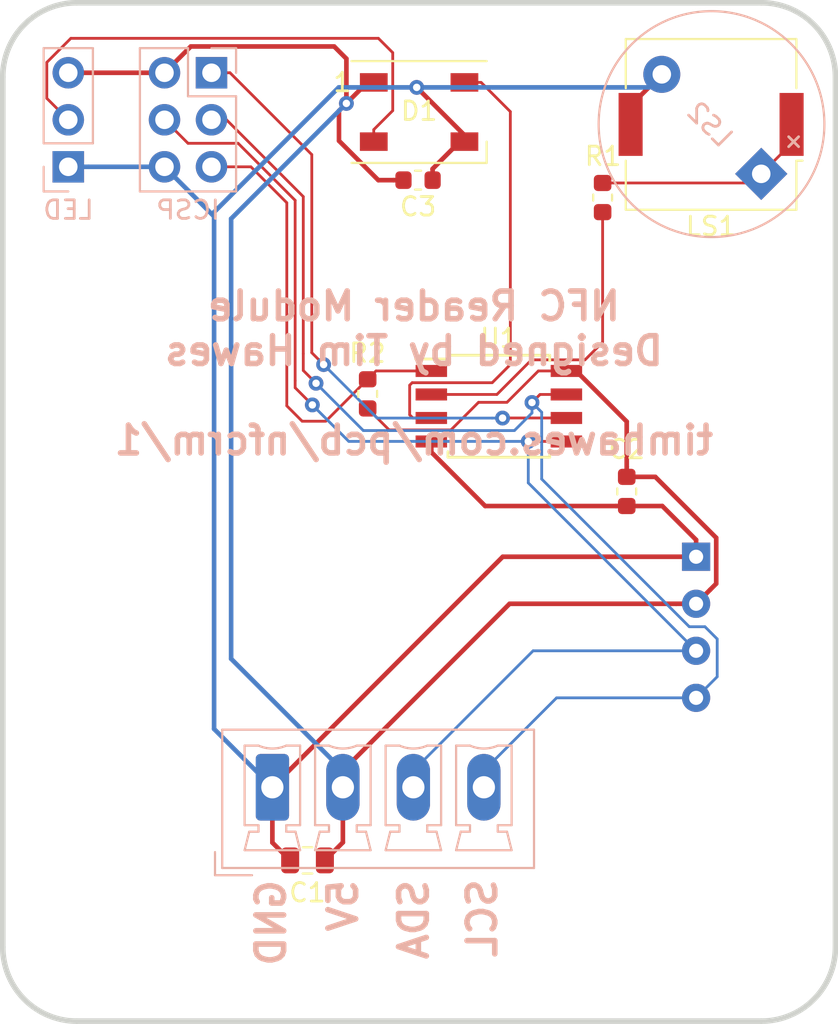
<source format=kicad_pcb>
(kicad_pcb (version 20171130) (host pcbnew "(5.1.2-1)-1")

  (general
    (thickness 1.6)
    (drawings 6)
    (tracks 159)
    (zones 0)
    (modules 14)
    (nets 11)
  )

  (page A4)
  (layers
    (0 F.Cu signal)
    (31 B.Cu signal)
    (32 B.Adhes user)
    (33 F.Adhes user)
    (34 B.Paste user)
    (35 F.Paste user)
    (36 B.SilkS user)
    (37 F.SilkS user)
    (38 B.Mask user)
    (39 F.Mask user)
    (40 Dwgs.User user)
    (41 Cmts.User user)
    (42 Eco1.User user)
    (43 Eco2.User user)
    (44 Edge.Cuts user)
    (45 Margin user)
    (46 B.CrtYd user)
    (47 F.CrtYd user)
    (48 B.Fab user)
    (49 F.Fab user)
  )

  (setup
    (last_trace_width 0.2)
    (user_trace_width 0.15)
    (user_trace_width 0.2)
    (user_trace_width 0.25)
    (trace_clearance 0.2)
    (zone_clearance 0.508)
    (zone_45_only yes)
    (trace_min 0.15)
    (via_size 0.8)
    (via_drill 0.4)
    (via_min_size 0.4)
    (via_min_drill 0.3)
    (uvia_size 0.3)
    (uvia_drill 0.1)
    (uvias_allowed no)
    (uvia_min_size 0.2)
    (uvia_min_drill 0.1)
    (edge_width 0.05)
    (segment_width 0.2)
    (pcb_text_width 0.3)
    (pcb_text_size 1.5 1.5)
    (mod_edge_width 0.12)
    (mod_text_size 1 1)
    (mod_text_width 0.15)
    (pad_size 1.524 1.524)
    (pad_drill 0.762)
    (pad_to_mask_clearance 0.051)
    (solder_mask_min_width 0.25)
    (aux_axis_origin 0 0)
    (visible_elements FFFFFF7F)
    (pcbplotparams
      (layerselection 0x010fc_ffffffff)
      (usegerberextensions true)
      (usegerberattributes false)
      (usegerberadvancedattributes false)
      (creategerberjobfile false)
      (excludeedgelayer true)
      (linewidth 0.100000)
      (plotframeref false)
      (viasonmask false)
      (mode 1)
      (useauxorigin false)
      (hpglpennumber 1)
      (hpglpenspeed 20)
      (hpglpendiameter 15.000000)
      (psnegative false)
      (psa4output false)
      (plotreference true)
      (plotvalue true)
      (plotinvisibletext false)
      (padsonsilk false)
      (subtractmaskfromsilk false)
      (outputformat 1)
      (mirror false)
      (drillshape 0)
      (scaleselection 1)
      (outputdirectory "gerbers"))
  )

  (net 0 "")
  (net 1 GND)
  (net 2 +5V)
  (net 3 "Net-(D1-Pad2)")
  (net 4 /LED)
  (net 5 /RST)
  (net 6 /MOSI)
  (net 7 /SCK)
  (net 8 /MISO)
  (net 9 "Net-(LS1-Pad1)")
  (net 10 /SPEAKER)

  (net_class Default "This is the default net class."
    (clearance 0.2)
    (trace_width 0.2)
    (via_dia 0.8)
    (via_drill 0.4)
    (uvia_dia 0.3)
    (uvia_drill 0.1)
    (add_net +5V)
    (add_net /LED)
    (add_net /MISO)
    (add_net /MOSI)
    (add_net /RST)
    (add_net /SCK)
    (add_net /SPEAKER)
    (add_net GND)
    (add_net "Net-(D1-Pad2)")
    (add_net "Net-(LS1-Pad1)")
  )

  (module Connector_Phoenix_MC:PhoenixContact_MCV_1,5_4-G-3.81_1x04_P3.81mm_Vertical (layer B.Cu) (tedit 5B784ED2) (tstamp 5D27AB9A)
    (at 138.03 108.48)
    (descr "Generic Phoenix Contact connector footprint for: MCV_1,5/4-G-3.81; number of pins: 04; pin pitch: 3.81mm; Vertical || order number: 1803442 8A 160V")
    (tags "phoenix_contact connector MCV_01x04_G_3.81mm")
    (path /5D274E43)
    (fp_text reference J3 (at 5.72 5.45) (layer B.SilkS) hide
      (effects (font (size 1 1) (thickness 0.15)) (justify mirror))
    )
    (fp_text value CONTROLLER (at 5.72 -4.2) (layer B.Fab)
      (effects (font (size 1 1) (thickness 0.15)) (justify mirror))
    )
    (fp_text user %R (at 5.72 3.55) (layer B.Fab)
      (effects (font (size 1 1) (thickness 0.15)) (justify mirror))
    )
    (fp_line (start -3.1 4.75) (end -1.1 4.75) (layer B.Fab) (width 0.1))
    (fp_line (start -3.1 3.5) (end -3.1 4.75) (layer B.Fab) (width 0.1))
    (fp_line (start -3.1 4.75) (end -1.1 4.75) (layer B.SilkS) (width 0.12))
    (fp_line (start -3.1 3.5) (end -3.1 4.75) (layer B.SilkS) (width 0.12))
    (fp_line (start 14.53 4.75) (end -3.1 4.75) (layer B.CrtYd) (width 0.05))
    (fp_line (start 14.53 -3.5) (end 14.53 4.75) (layer B.CrtYd) (width 0.05))
    (fp_line (start -3.1 -3.5) (end 14.53 -3.5) (layer B.CrtYd) (width 0.05))
    (fp_line (start -3.1 4.75) (end -3.1 -3.5) (layer B.CrtYd) (width 0.05))
    (fp_line (start 12.93 -2.25) (end 12.18 -2.25) (layer B.SilkS) (width 0.12))
    (fp_line (start 12.93 2.05) (end 12.93 -2.25) (layer B.SilkS) (width 0.12))
    (fp_line (start 12.18 2.05) (end 12.93 2.05) (layer B.SilkS) (width 0.12))
    (fp_line (start 12.18 2.4) (end 12.18 2.05) (layer B.SilkS) (width 0.12))
    (fp_line (start 12.68 2.4) (end 12.18 2.4) (layer B.SilkS) (width 0.12))
    (fp_line (start 12.93 3.4) (end 12.68 2.4) (layer B.SilkS) (width 0.12))
    (fp_line (start 9.93 3.4) (end 12.93 3.4) (layer B.SilkS) (width 0.12))
    (fp_line (start 10.18 2.4) (end 9.93 3.4) (layer B.SilkS) (width 0.12))
    (fp_line (start 10.68 2.4) (end 10.18 2.4) (layer B.SilkS) (width 0.12))
    (fp_line (start 10.68 2.05) (end 10.68 2.4) (layer B.SilkS) (width 0.12))
    (fp_line (start 9.93 2.05) (end 10.68 2.05) (layer B.SilkS) (width 0.12))
    (fp_line (start 9.93 -2.25) (end 9.93 2.05) (layer B.SilkS) (width 0.12))
    (fp_line (start 10.68 -2.25) (end 9.93 -2.25) (layer B.SilkS) (width 0.12))
    (fp_line (start 9.12 -2.25) (end 8.37 -2.25) (layer B.SilkS) (width 0.12))
    (fp_line (start 9.12 2.05) (end 9.12 -2.25) (layer B.SilkS) (width 0.12))
    (fp_line (start 8.37 2.05) (end 9.12 2.05) (layer B.SilkS) (width 0.12))
    (fp_line (start 8.37 2.4) (end 8.37 2.05) (layer B.SilkS) (width 0.12))
    (fp_line (start 8.87 2.4) (end 8.37 2.4) (layer B.SilkS) (width 0.12))
    (fp_line (start 9.12 3.4) (end 8.87 2.4) (layer B.SilkS) (width 0.12))
    (fp_line (start 6.12 3.4) (end 9.12 3.4) (layer B.SilkS) (width 0.12))
    (fp_line (start 6.37 2.4) (end 6.12 3.4) (layer B.SilkS) (width 0.12))
    (fp_line (start 6.87 2.4) (end 6.37 2.4) (layer B.SilkS) (width 0.12))
    (fp_line (start 6.87 2.05) (end 6.87 2.4) (layer B.SilkS) (width 0.12))
    (fp_line (start 6.12 2.05) (end 6.87 2.05) (layer B.SilkS) (width 0.12))
    (fp_line (start 6.12 -2.25) (end 6.12 2.05) (layer B.SilkS) (width 0.12))
    (fp_line (start 6.87 -2.25) (end 6.12 -2.25) (layer B.SilkS) (width 0.12))
    (fp_line (start 5.31 -2.25) (end 4.56 -2.25) (layer B.SilkS) (width 0.12))
    (fp_line (start 5.31 2.05) (end 5.31 -2.25) (layer B.SilkS) (width 0.12))
    (fp_line (start 4.56 2.05) (end 5.31 2.05) (layer B.SilkS) (width 0.12))
    (fp_line (start 4.56 2.4) (end 4.56 2.05) (layer B.SilkS) (width 0.12))
    (fp_line (start 5.06 2.4) (end 4.56 2.4) (layer B.SilkS) (width 0.12))
    (fp_line (start 5.31 3.4) (end 5.06 2.4) (layer B.SilkS) (width 0.12))
    (fp_line (start 2.31 3.4) (end 5.31 3.4) (layer B.SilkS) (width 0.12))
    (fp_line (start 2.56 2.4) (end 2.31 3.4) (layer B.SilkS) (width 0.12))
    (fp_line (start 3.06 2.4) (end 2.56 2.4) (layer B.SilkS) (width 0.12))
    (fp_line (start 3.06 2.05) (end 3.06 2.4) (layer B.SilkS) (width 0.12))
    (fp_line (start 2.31 2.05) (end 3.06 2.05) (layer B.SilkS) (width 0.12))
    (fp_line (start 2.31 -2.25) (end 2.31 2.05) (layer B.SilkS) (width 0.12))
    (fp_line (start 3.06 -2.25) (end 2.31 -2.25) (layer B.SilkS) (width 0.12))
    (fp_line (start 1.5 -2.25) (end 0.75 -2.25) (layer B.SilkS) (width 0.12))
    (fp_line (start 1.5 2.05) (end 1.5 -2.25) (layer B.SilkS) (width 0.12))
    (fp_line (start 0.75 2.05) (end 1.5 2.05) (layer B.SilkS) (width 0.12))
    (fp_line (start 0.75 2.4) (end 0.75 2.05) (layer B.SilkS) (width 0.12))
    (fp_line (start 1.25 2.4) (end 0.75 2.4) (layer B.SilkS) (width 0.12))
    (fp_line (start 1.5 3.4) (end 1.25 2.4) (layer B.SilkS) (width 0.12))
    (fp_line (start -1.5 3.4) (end 1.5 3.4) (layer B.SilkS) (width 0.12))
    (fp_line (start -1.25 2.4) (end -1.5 3.4) (layer B.SilkS) (width 0.12))
    (fp_line (start -0.75 2.4) (end -1.25 2.4) (layer B.SilkS) (width 0.12))
    (fp_line (start -0.75 2.05) (end -0.75 2.4) (layer B.SilkS) (width 0.12))
    (fp_line (start -1.5 2.05) (end -0.75 2.05) (layer B.SilkS) (width 0.12))
    (fp_line (start -1.5 -2.25) (end -1.5 2.05) (layer B.SilkS) (width 0.12))
    (fp_line (start -0.75 -2.25) (end -1.5 -2.25) (layer B.SilkS) (width 0.12))
    (fp_line (start 14.03 4.25) (end -2.6 4.25) (layer B.Fab) (width 0.1))
    (fp_line (start 14.03 -3) (end 14.03 4.25) (layer B.Fab) (width 0.1))
    (fp_line (start -2.6 -3) (end 14.03 -3) (layer B.Fab) (width 0.1))
    (fp_line (start -2.6 4.25) (end -2.6 -3) (layer B.Fab) (width 0.1))
    (fp_line (start 14.14 4.36) (end -2.71 4.36) (layer B.SilkS) (width 0.12))
    (fp_line (start 14.14 -3.11) (end 14.14 4.36) (layer B.SilkS) (width 0.12))
    (fp_line (start -2.71 -3.11) (end 14.14 -3.11) (layer B.SilkS) (width 0.12))
    (fp_line (start -2.71 4.36) (end -2.71 -3.11) (layer B.SilkS) (width 0.12))
    (fp_arc (start 11.43 -3.95) (end 10.68 -2.25) (angle -47.6) (layer B.SilkS) (width 0.12))
    (fp_arc (start 7.62 -3.95) (end 6.87 -2.25) (angle -47.6) (layer B.SilkS) (width 0.12))
    (fp_arc (start 3.81 -3.95) (end 3.06 -2.25) (angle -47.6) (layer B.SilkS) (width 0.12))
    (fp_arc (start 0 -3.95) (end -0.75 -2.25) (angle -47.6) (layer B.SilkS) (width 0.12))
    (pad 4 thru_hole oval (at 11.43 0) (size 1.8 3.6) (drill 1.2) (layers *.Cu *.Mask)
      (net 7 /SCK))
    (pad 3 thru_hole oval (at 7.62 0) (size 1.8 3.6) (drill 1.2) (layers *.Cu *.Mask)
      (net 6 /MOSI))
    (pad 2 thru_hole oval (at 3.81 0) (size 1.8 3.6) (drill 1.2) (layers *.Cu *.Mask)
      (net 2 +5V))
    (pad 1 thru_hole roundrect (at 0 0) (size 1.8 3.6) (drill 1.2) (layers *.Cu *.Mask) (roundrect_rratio 0.138889)
      (net 1 GND))
    (model ${KISYS3DMOD}/Connector_Phoenix_MC.3dshapes/PhoenixContact_MCV_1,5_4-G-3.81_1x04_P3.81mm_Vertical.wrl
      (at (xyz 0 0 0))
      (scale (xyz 1 1 1))
      (rotate (xyz 0 0 0))
    )
  )

  (module timhawes:ELECHOUSE_PN532_V4_USART_I2C (layer B.Cu) (tedit 5D330F25) (tstamp 5D27AEFE)
    (at 141.11 99.82 270)
    (path /5D27A4E9)
    (fp_text reference U2 (at -0.18 -21.65 90) (layer B.SilkS) hide
      (effects (font (size 1 1) (thickness 0.15)) (justify mirror))
    )
    (fp_text value PN532 (at -0.02 -21.94 270 unlocked) (layer F.SilkS) hide
      (effects (font (size 1 1) (thickness 0.15)))
    )
    (fp_line (start -3.48 4.47) (end -6.69 4.47) (layer Dwgs.User) (width 0.12))
    (fp_line (start -3.48 11.29) (end -3.48 4.47) (layer Dwgs.User) (width 0.12))
    (fp_line (start -6.69 11.29) (end -3.48 11.29) (layer Dwgs.User) (width 0.12))
    (fp_line (start -6.69 4.47) (end -6.69 11.29) (layer Dwgs.User) (width 0.12))
    (fp_line (start -4.84 -3.9) (end -9.14 -3.9) (layer Dwgs.User) (width 0.12))
    (fp_line (start -4.84 3.6) (end -4.84 -3.9) (layer Dwgs.User) (width 0.12))
    (fp_line (start -9.14 3.6) (end -4.84 3.6) (layer Dwgs.User) (width 0.12))
    (fp_line (start -9.14 -3.9) (end -9.14 3.6) (layer Dwgs.User) (width 0.12))
    (fp_line (start -5.63 -11.7) (end -8.14 -11.7) (layer Dwgs.User) (width 0.12))
    (fp_line (start -5.63 -4.69) (end -5.63 -11.7) (layer Dwgs.User) (width 0.12))
    (fp_line (start -8.14 -4.69) (end -5.63 -4.69) (layer Dwgs.User) (width 0.12))
    (fp_line (start -8.14 -11.7) (end -8.14 -4.69) (layer Dwgs.User) (width 0.12))
    (fp_arc (start -13.703996 6.653991) (end -13.703996 6.857191) (angle 180) (layer Dwgs.User) (width 0.2))
    (fp_arc (start -13.703996 6.653991) (end -13.703996 6.450791) (angle 180) (layer Dwgs.User) (width 0.2))
    (fp_arc (start -13.703996 1.573991) (end -13.703996 1.777191) (angle 180) (layer Dwgs.User) (width 0.2))
    (fp_arc (start -13.703996 1.573991) (end -13.703996 1.370791) (angle 180) (layer Dwgs.User) (width 0.2))
    (fp_arc (start -13.703996 -0.966009) (end -13.703996 -0.762809) (angle 180) (layer Dwgs.User) (width 0.2))
    (fp_arc (start -13.703996 -0.966009) (end -13.703996 -1.169209) (angle 180) (layer Dwgs.User) (width 0.2))
    (fp_arc (start -13.703996 -3.506009) (end -13.703996 -3.302809) (angle 180) (layer Dwgs.User) (width 0.2))
    (fp_arc (start -13.703996 -3.506009) (end -13.703996 -3.709209) (angle 180) (layer Dwgs.User) (width 0.2))
    (fp_arc (start -13.703996 -6.046009) (end -13.703996 -5.842809) (angle 180) (layer Dwgs.User) (width 0.2))
    (fp_arc (start -13.703996 -6.046009) (end -13.703996 -6.249209) (angle 180) (layer Dwgs.User) (width 0.2))
    (fp_arc (start -13.703996 -8.586009) (end -13.703996 -8.382809) (angle 180) (layer Dwgs.User) (width 0.2))
    (fp_arc (start -13.703996 -8.586009) (end -13.703996 -8.789209) (angle 180) (layer Dwgs.User) (width 0.2))
    (fp_arc (start -13.703996 -11.126009) (end -13.703996 -10.922809) (angle 180) (layer Dwgs.User) (width 0.2))
    (fp_arc (start -13.703996 -11.126009) (end -13.703996 -11.329209) (angle 180) (layer Dwgs.User) (width 0.2))
    (fp_arc (start -13.703996 4.113991) (end -13.703996 4.317191) (angle 180) (layer Dwgs.User) (width 0.2))
    (fp_arc (start -13.703996 4.113991) (end -13.703996 3.910791) (angle 180) (layer Dwgs.User) (width 0.2))
    (fp_arc (start 10.496004 3.078992) (end 10.496004 2.939292) (angle 180) (layer Dwgs.User) (width 0.2))
    (fp_arc (start 10.496004 3.078992) (end 10.496004 3.218692) (angle 180) (layer Dwgs.User) (width 0.2))
    (fp_arc (start 10.496004 1.808992) (end 10.496004 1.669292) (angle 180) (layer Dwgs.User) (width 0.2))
    (fp_arc (start 10.496004 1.808992) (end 10.496004 1.948692) (angle 180) (layer Dwgs.User) (width 0.2))
    (fp_arc (start 10.496004 0.538992) (end 10.496004 0.399292) (angle 180) (layer Dwgs.User) (width 0.2))
    (fp_arc (start 10.496004 0.538992) (end 10.496004 0.678692) (angle 180) (layer Dwgs.User) (width 0.2))
    (fp_arc (start 10.496004 -0.731008) (end 10.496004 -0.870708) (angle 180) (layer Dwgs.User) (width 0.2))
    (fp_arc (start 10.496004 -0.731008) (end 10.496004 -0.591308) (angle 180) (layer Dwgs.User) (width 0.2))
    (fp_arc (start 10.496004 -2.001008) (end 10.496004 -2.140708) (angle 180) (layer Dwgs.User) (width 0.2))
    (fp_arc (start 10.496004 -2.001008) (end 10.496004 -1.861308) (angle 180) (layer Dwgs.User) (width 0.2))
    (fp_arc (start 10.496004 -3.271008) (end 10.496004 -3.410708) (angle 180) (layer Dwgs.User) (width 0.2))
    (fp_arc (start 10.496004 -3.271008) (end 10.496004 -3.131308) (angle 180) (layer Dwgs.User) (width 0.2))
    (fp_arc (start 10.496004 -4.541008) (end 10.496004 -4.680708) (angle 180) (layer Dwgs.User) (width 0.2))
    (fp_arc (start 10.496004 -4.541008) (end 10.496004 -4.401308) (angle 180) (layer Dwgs.User) (width 0.2))
    (fp_arc (start 10.496004 -5.811008) (end 10.496004 -5.950708) (angle 180) (layer Dwgs.User) (width 0.2))
    (fp_arc (start 10.496004 -5.811008) (end 10.496004 -5.671308) (angle 180) (layer Dwgs.User) (width 0.2))
    (fp_arc (start 10.496004 -7.081008) (end 10.496004 -7.220708) (angle 180) (layer Dwgs.User) (width 0.2))
    (fp_arc (start 10.496004 -7.081008) (end 10.496004 -6.941308) (angle 180) (layer Dwgs.User) (width 0.2))
    (fp_arc (start 10.496004 -8.351008) (end 10.496004 -8.490708) (angle 180) (layer Dwgs.User) (width 0.2))
    (fp_arc (start 10.496004 -8.351008) (end 10.496004 -8.211308) (angle 180) (layer Dwgs.User) (width 0.2))
    (fp_line (start 9.934004 -16.912676) (end 10.696004 -16.912676) (layer Dwgs.User) (width 0.2))
    (fp_line (start 10.103337 -17.082009) (end 9.934004 -16.912676) (layer Dwgs.User) (width 0.2))
    (fp_line (start 10.696004 -17.336009) (end 9.934004 -17.336009) (layer Dwgs.User) (width 0.2))
    (fp_line (start 9.864205 -15.25341) (end 9.864205 -14.78351) (layer Dwgs.User) (width 0.2))
    (fp_line (start 10.727805 -15.25341) (end 9.864205 -15.25341) (layer Dwgs.User) (width 0.2))
    (fp_line (start 10.727805 -14.78351) (end 10.727805 -15.25341) (layer Dwgs.User) (width 0.2))
    (fp_line (start 10.296005 -15.20261) (end 10.727805 -14.78351) (layer Dwgs.User) (width 0.2))
    (fp_line (start 9.864205 -14.78351) (end 10.296005 -15.20261) (layer Dwgs.User) (width 0.2))
    (fp_line (start 9.864205 -14.61841) (end 10.727805 -14.61841) (layer Dwgs.User) (width 0.2))
    (fp_line (start 10.296005 -15.03751) (end 9.864205 -14.61841) (layer Dwgs.User) (width 0.2))
    (fp_line (start 10.727805 -14.61841) (end 10.296005 -15.03751) (layer Dwgs.User) (width 0.2))
    (fp_arc (start 8.715005 -17.463009) (end 9.053671 -16.828009) (angle 56.14497387) (layer Dwgs.User) (width 0.2))
    (fp_arc (start 8.990171 -16.912676) (end 9.053671 -16.997342) (angle 106.2602047) (layer Dwgs.User) (width 0.2))
    (fp_arc (start 8.715005 -16.362342) (end 8.376338 -16.997342) (angle 56.14497387) (layer Dwgs.User) (width 0.2))
    (fp_arc (start 8.439838 -16.912676) (end 8.376338 -16.828009) (angle 106.2602047) (layer Dwgs.User) (width 0.2))
    (fp_line (start 9.096005 -17.336009) (end 8.334005 -17.336009) (layer Dwgs.User) (width 0.2))
    (fp_line (start 8.264205 -15.25341) (end 8.264205 -14.78351) (layer Dwgs.User) (width 0.2))
    (fp_line (start 9.127805 -15.25341) (end 8.264205 -15.25341) (layer Dwgs.User) (width 0.2))
    (fp_line (start 9.127805 -14.78351) (end 9.127805 -15.25341) (layer Dwgs.User) (width 0.2))
    (fp_line (start 8.696005 -15.20261) (end 9.127805 -14.78351) (layer Dwgs.User) (width 0.2))
    (fp_line (start 8.264205 -14.78351) (end 8.696005 -15.20261) (layer Dwgs.User) (width 0.2))
    (fp_line (start 8.264205 -14.61841) (end 9.127805 -14.61841) (layer Dwgs.User) (width 0.2))
    (fp_line (start 8.696005 -15.03751) (end 8.264205 -14.61841) (layer Dwgs.User) (width 0.2))
    (fp_line (start 9.127805 -14.61841) (end 8.696005 -15.03751) (layer Dwgs.User) (width 0.2))
    (fp_arc (start 3.806005 -19.836009) (end 3.602805 -19.836009) (angle 180) (layer Dwgs.User) (width 0.2))
    (fp_arc (start 3.806005 -19.836009) (end 4.009205 -19.836009) (angle 180) (layer Dwgs.User) (width 0.2))
    (fp_arc (start 1.266005 -19.836009) (end 1.062805 -19.836009) (angle 180) (layer Dwgs.User) (width 0.2))
    (fp_arc (start 1.266005 -19.836009) (end 1.469205 -19.836009) (angle 180) (layer Dwgs.User) (width 0.2))
    (fp_arc (start -1.273995 -19.836009) (end -1.477195 -19.836009) (angle 180) (layer Dwgs.User) (width 0.2))
    (fp_arc (start -1.273995 -19.836009) (end -1.070795 -19.836009) (angle 180) (layer Dwgs.User) (width 0.2))
    (fp_arc (start -3.813995 -19.836009) (end -4.017195 -19.836009) (angle 180) (layer Dwgs.User) (width 0.2))
    (fp_arc (start -3.813995 -19.836009) (end -3.610795 -19.836009) (angle 180) (layer Dwgs.User) (width 0.2))
    (fp_arc (start -0.003995 14.461995) (end 0.148405 14.461995) (angle 180) (layer Dwgs.User) (width 0.2))
    (fp_arc (start -0.003995 14.461995) (end -0.156395 14.461995) (angle 180) (layer Dwgs.User) (width 0.2))
    (fp_arc (start -0.003995 14.461995) (end 0.250005 14.461995) (angle 180) (layer Dwgs.User) (width 0.2))
    (fp_arc (start -0.003995 14.461995) (end -0.257995 14.461995) (angle 180) (layer Dwgs.User) (width 0.2))
    (fp_arc (start -0.003995 14.461995) (end 0.250005 14.461995) (angle 180) (layer Dwgs.User) (width 0.2))
    (fp_arc (start -0.003995 14.461995) (end -0.257995 14.461995) (angle 180) (layer Dwgs.User) (width 0.2))
    (fp_arc (start -0.003995 14.461995) (end 0.250005 14.461995) (angle 180) (layer Dwgs.User) (width 0.2))
    (fp_arc (start -0.003995 14.461995) (end -0.257995 14.461995) (angle 180) (layer Dwgs.User) (width 0.2))
    (fp_arc (start -0.987005 -22.536011) (end -0.812007 -22.536011) (angle 180) (layer Dwgs.User) (width 0.2))
    (fp_arc (start -0.987005 -22.536011) (end -1.162004 -22.536011) (angle 180) (layer Dwgs.User) (width 0.2))
    (fp_arc (start 2.012989 -25.536005) (end 2.187987 -25.536005) (angle 180) (layer Dwgs.User) (width 0.2))
    (fp_arc (start 2.012989 -25.536005) (end 1.83799 -25.536005) (angle 180) (layer Dwgs.User) (width 0.2))
    (fp_line (start 2.012989 -25.536005) (end -0.987005 -22.536011) (layer Dwgs.User) (width 0.2))
    (fp_arc (start -1.687004 -22.536011) (end -1.512006 -22.536011) (angle 180) (layer Dwgs.User) (width 0.2))
    (fp_arc (start -1.687004 -22.536011) (end -1.862002 -22.536011) (angle 180) (layer Dwgs.User) (width 0.2))
    (fp_arc (start -0.987005 -22.536011) (end -0.812007 -22.536011) (angle 180) (layer Dwgs.User) (width 0.2))
    (fp_arc (start -0.987005 -22.536011) (end -1.162004 -22.536011) (angle 180) (layer Dwgs.User) (width 0.2))
    (fp_line (start -0.987005 -22.536011) (end -1.687004 -22.536011) (layer Dwgs.User) (width 0.2))
    (fp_arc (start -0.003995 14.463991) (end 0.171003 14.463991) (angle 180) (layer Dwgs.User) (width 0.2))
    (fp_arc (start -0.003995 14.463991) (end -0.178993 14.463991) (angle 180) (layer Dwgs.User) (width 0.2))
    (fp_arc (start 15.212988 14.463991) (end 15.387986 14.463991) (angle 180) (layer Dwgs.User) (width 0.2))
    (fp_arc (start 15.212988 14.463991) (end 15.037989 14.463991) (angle 180) (layer Dwgs.User) (width 0.2))
    (fp_line (start 15.212988 14.463991) (end -0.003995 14.463991) (layer Dwgs.User) (width 0.2))
    (fp_arc (start -15.487002 14.463991) (end -15.312003 14.463991) (angle 180) (layer Dwgs.User) (width 0.2))
    (fp_arc (start -15.487002 14.463991) (end -15.662 14.463991) (angle 180) (layer Dwgs.User) (width 0.2))
    (fp_arc (start -0.003995 14.463991) (end 0.171003 14.463991) (angle 180) (layer Dwgs.User) (width 0.2))
    (fp_arc (start -0.003995 14.463991) (end -0.178993 14.463991) (angle 180) (layer Dwgs.User) (width 0.2))
    (fp_line (start -0.003995 14.463991) (end -15.487002 14.463991) (layer Dwgs.User) (width 0.2))
    (fp_arc (start -15.487002 14.463991) (end -15.312003 14.463991) (angle 180) (layer Dwgs.User) (width 0.2))
    (fp_arc (start -15.487002 14.463991) (end -15.662 14.463991) (angle 180) (layer Dwgs.User) (width 0.2))
    (fp_arc (start -0.003995 14.463991) (end 0.171003 14.463991) (angle 180) (layer Dwgs.User) (width 0.2))
    (fp_arc (start -0.003995 14.463991) (end -0.178993 14.463991) (angle 180) (layer Dwgs.User) (width 0.2))
    (fp_line (start -0.003995 14.463991) (end -15.487002 14.463991) (layer Dwgs.User) (width 0.2))
    (fp_arc (start -0.003995 14.463991) (end 0.171003 14.463991) (angle 180) (layer Dwgs.User) (width 0.2))
    (fp_arc (start -0.003995 14.463991) (end -0.178993 14.463991) (angle 180) (layer Dwgs.User) (width 0.2))
    (fp_arc (start 5.012983 14.463991) (end 5.187981 14.463991) (angle 180) (layer Dwgs.User) (width 0.2))
    (fp_arc (start 5.012983 14.463991) (end 4.837984 14.463991) (angle 180) (layer Dwgs.User) (width 0.2))
    (fp_line (start 5.012983 14.463991) (end -0.003995 14.463991) (layer Dwgs.User) (width 0.2))
    (fp_arc (start 18.213007 11.763971) (end 18.388005 11.763971) (angle 180) (layer Dwgs.User) (width 0.2))
    (fp_arc (start 18.213007 11.763971) (end 18.038009 11.763971) (angle 180) (layer Dwgs.User) (width 0.2))
    (fp_arc (start 18.213007 11.463972) (end 18.388005 11.463972) (angle 180) (layer Dwgs.User) (width 0.2))
    (fp_arc (start 18.213007 11.463972) (end 18.038009 11.463972) (angle 180) (layer Dwgs.User) (width 0.2))
    (fp_line (start 18.213007 11.463972) (end 18.213007 11.763971) (layer Dwgs.User) (width 0.2))
    (fp_arc (start 18.213007 11.463972) (end 18.388005 11.463972) (angle 180) (layer Dwgs.User) (width 0.2))
    (fp_arc (start 18.213007 11.463972) (end 18.038009 11.463972) (angle 180) (layer Dwgs.User) (width 0.2))
    (fp_arc (start 18.213007 11.163972) (end 18.388005 11.163972) (angle 180) (layer Dwgs.User) (width 0.2))
    (fp_arc (start 18.213007 11.163972) (end 18.038009 11.163972) (angle 180) (layer Dwgs.User) (width 0.2))
    (fp_line (start 18.213007 11.163972) (end 18.213007 11.463972) (layer Dwgs.User) (width 0.2))
    (fp_arc (start 18.212982 11.463972) (end 18.38798 11.463972) (angle 180) (layer Dwgs.User) (width 0.2))
    (fp_arc (start 18.212982 11.463972) (end 18.037983 11.463972) (angle 180) (layer Dwgs.User) (width 0.2))
    (fp_arc (start 18.213007 11.463972) (end 18.388005 11.463972) (angle 180) (layer Dwgs.User) (width 0.2))
    (fp_arc (start 18.213007 11.463972) (end 18.038009 11.463972) (angle 180) (layer Dwgs.User) (width 0.2))
    (fp_line (start 18.213007 11.463972) (end 18.212982 11.463972) (layer Dwgs.User) (width 0.2))
    (fp_arc (start 18.213007 11.363972) (end 18.388005 11.363972) (angle 180) (layer Dwgs.User) (width 0.2))
    (fp_arc (start 18.213007 11.363972) (end 18.038009 11.363972) (angle 180) (layer Dwgs.User) (width 0.2))
    (fp_arc (start 18.213007 -21.536013) (end 18.388005 -21.536013) (angle 180) (layer Dwgs.User) (width 0.2))
    (fp_arc (start 18.213007 -21.536013) (end 18.038009 -21.536013) (angle 180) (layer Dwgs.User) (width 0.2))
    (fp_line (start 18.213007 -21.536013) (end 18.213007 11.363972) (layer Dwgs.User) (width 0.2))
    (fp_arc (start 18.213007 -21.536013) (end 18.388005 -21.536013) (angle 180) (layer Dwgs.User) (width 0.2))
    (fp_arc (start 18.213007 -21.536013) (end 18.038009 -21.536013) (angle 180) (layer Dwgs.User) (width 0.2))
    (fp_arc (start 18.213007 -21.836013) (end 18.388005 -21.836013) (angle 180) (layer Dwgs.User) (width 0.2))
    (fp_arc (start 18.213007 -21.836013) (end 18.038009 -21.836013) (angle 180) (layer Dwgs.User) (width 0.2))
    (fp_line (start 18.213007 -21.836013) (end 18.213007 -21.536013) (layer Dwgs.User) (width 0.2))
    (fp_arc (start 18.213007 -21.236014) (end 18.388005 -21.236014) (angle 180) (layer Dwgs.User) (width 0.2))
    (fp_arc (start 18.213007 -21.236014) (end 18.038009 -21.236014) (angle 180) (layer Dwgs.User) (width 0.2))
    (fp_arc (start 18.213007 -21.536013) (end 18.388005 -21.536013) (angle 180) (layer Dwgs.User) (width 0.2))
    (fp_arc (start 18.213007 -21.536013) (end 18.038009 -21.536013) (angle 180) (layer Dwgs.User) (width 0.2))
    (fp_line (start 18.213007 -21.536013) (end 18.213007 -21.236014) (layer Dwgs.User) (width 0.2))
    (fp_arc (start 18.213007 -21.536013) (end 18.388005 -21.536013) (angle 180) (layer Dwgs.User) (width 0.2))
    (fp_arc (start 18.213007 -21.536013) (end 18.038009 -21.536013) (angle 180) (layer Dwgs.User) (width 0.2))
    (fp_arc (start 18.213007 -21.836013) (end 18.388005 -21.836013) (angle 180) (layer Dwgs.User) (width 0.2))
    (fp_arc (start 18.213007 -21.836013) (end 18.038009 -21.836013) (angle 180) (layer Dwgs.User) (width 0.2))
    (fp_line (start 18.213007 -21.836013) (end 18.213007 -21.536013) (layer Dwgs.User) (width 0.2))
    (fp_arc (start 18.212982 -21.536013) (end 18.38798 -21.536013) (angle 180) (layer Dwgs.User) (width 0.2))
    (fp_arc (start 18.212982 -21.536013) (end 18.037983 -21.536013) (angle 180) (layer Dwgs.User) (width 0.2))
    (fp_arc (start 18.213007 -21.536013) (end 18.388005 -21.536013) (angle 180) (layer Dwgs.User) (width 0.2))
    (fp_arc (start 18.213007 -21.536013) (end 18.038009 -21.536013) (angle 180) (layer Dwgs.User) (width 0.2))
    (fp_line (start 18.213007 -21.536013) (end 18.212982 -21.536013) (layer Dwgs.User) (width 0.2))
    (fp_arc (start -16.187 15.463989) (end -16.012002 15.463989) (angle 180) (layer Dwgs.User) (width 0.2))
    (fp_arc (start -16.187 15.463989) (end -16.361999 15.463989) (angle 180) (layer Dwgs.User) (width 0.2))
    (fp_arc (start 5.012983 15.463989) (end 5.187981 15.463989) (angle 180) (layer Dwgs.User) (width 0.2))
    (fp_arc (start 5.012983 15.463989) (end 4.837984 15.463989) (angle 180) (layer Dwgs.User) (width 0.2))
    (fp_line (start 5.012983 15.463989) (end -16.187 15.463989) (layer Dwgs.User) (width 0.2))
    (fp_arc (start 2.012989 -25.536005) (end 2.187987 -25.536005) (angle 180) (layer Dwgs.User) (width 0.2))
    (fp_arc (start 2.012989 -25.536005) (end 1.83799 -25.536005) (angle 180) (layer Dwgs.User) (width 0.2))
    (fp_arc (start 2.012989 -25.536031) (end 2.187987 -25.536031) (angle 180) (layer Dwgs.User) (width 0.2))
    (fp_arc (start 2.012989 -25.536031) (end 1.83799 -25.536031) (angle 180) (layer Dwgs.User) (width 0.2))
    (fp_line (start 2.012989 -25.536031) (end 2.012989 -25.536005) (layer Dwgs.User) (width 0.2))
    (fp_arc (start 1.31299 -24.536007) (end 1.487988 -24.536007) (angle 180) (layer Dwgs.User) (width 0.2))
    (fp_arc (start 1.31299 -24.536007) (end 1.137992 -24.536007) (angle 180) (layer Dwgs.User) (width 0.2))
    (fp_arc (start 0.312992 -25.536031) (end 0.48799 -25.536031) (angle 180) (layer Dwgs.User) (width 0.2))
    (fp_arc (start 0.312992 -25.536031) (end 0.137994 -25.536031) (angle 180) (layer Dwgs.User) (width 0.2))
    (fp_line (start 0.312992 -25.536031) (end 1.31299 -24.536007) (layer Dwgs.User) (width 0.2))
    (fp_arc (start 0.012993 -22.536011) (end 0.187991 -22.536011) (angle 180) (layer Dwgs.User) (width 0.2))
    (fp_arc (start 0.012993 -22.536011) (end -0.162006 -22.536011) (angle 180) (layer Dwgs.User) (width 0.2))
    (fp_arc (start -0.987005 -23.536009) (end -0.812007 -23.536009) (angle 180) (layer Dwgs.User) (width 0.2))
    (fp_arc (start -0.987005 -23.536009) (end -1.162004 -23.536009) (angle 180) (layer Dwgs.User) (width 0.2))
    (fp_line (start -0.987005 -23.536009) (end 0.012993 -22.536011) (layer Dwgs.User) (width 0.2))
    (fp_arc (start 0.612991 -23.536009) (end 0.78799 -23.536009) (angle 180) (layer Dwgs.User) (width 0.2))
    (fp_arc (start 0.612991 -23.536009) (end 0.437993 -23.536009) (angle 180) (layer Dwgs.User) (width 0.2))
    (fp_arc (start -0.387007 -24.536007) (end -0.212008 -24.536007) (angle 180) (layer Dwgs.User) (width 0.2))
    (fp_arc (start -0.387007 -24.536007) (end -0.562005 -24.536007) (angle 180) (layer Dwgs.User) (width 0.2))
    (fp_line (start -0.387007 -24.536007) (end 0.612991 -23.536009) (layer Dwgs.User) (width 0.2))
    (fp_arc (start 16.212986 -19.336018) (end 16.387984 -19.336018) (angle 180) (layer Dwgs.User) (width 0.2))
    (fp_arc (start 16.212986 -19.336018) (end 16.037987 -19.336018) (angle 180) (layer Dwgs.User) (width 0.2))
    (fp_arc (start 16.212986 -20.436015) (end 16.387984 -20.436015) (angle 180) (layer Dwgs.User) (width 0.2))
    (fp_arc (start 16.212986 -20.436015) (end 16.037987 -20.436015) (angle 180) (layer Dwgs.User) (width 0.2))
    (fp_line (start 16.212986 -20.436015) (end 16.212986 -19.336018) (layer Dwgs.User) (width 0.2))
    (fp_arc (start 16.212986 -20.436015) (end 16.387984 -20.436015) (angle 180) (layer Dwgs.User) (width 0.2))
    (fp_arc (start 16.212986 -20.436015) (end 16.037987 -20.436015) (angle 180) (layer Dwgs.User) (width 0.2))
    (fp_arc (start 14.11299 -22.536011) (end 14.287988 -22.536011) (angle 180) (layer Dwgs.User) (width 0.2))
    (fp_arc (start 14.11299 -22.536011) (end 13.937991 -22.536011) (angle 180) (layer Dwgs.User) (width 0.2))
    (fp_line (start 14.11299 -22.536011) (end 16.212986 -20.436015) (layer Dwgs.User) (width 0.2))
    (fp_arc (start 17.212984 -21.136014) (end 17.387982 -21.136014) (angle 180) (layer Dwgs.User) (width 0.2))
    (fp_arc (start 17.212984 -21.136014) (end 17.037985 -21.136014) (angle 180) (layer Dwgs.User) (width 0.2))
    (fp_arc (start 14.812988 -23.536009) (end 14.987987 -23.536009) (angle 180) (layer Dwgs.User) (width 0.2))
    (fp_arc (start 14.812988 -23.536009) (end 14.63799 -23.536009) (angle 180) (layer Dwgs.User) (width 0.2))
    (fp_line (start 14.812988 -23.536009) (end 17.212984 -21.136014) (layer Dwgs.User) (width 0.2))
    (fp_arc (start 18.213007 -21.836013) (end 18.388005 -21.836013) (angle 180) (layer Dwgs.User) (width 0.2))
    (fp_arc (start 18.213007 -21.836013) (end 18.038009 -21.836013) (angle 180) (layer Dwgs.User) (width 0.2))
    (fp_arc (start 15.512987 -24.536007) (end 15.687985 -24.536007) (angle 180) (layer Dwgs.User) (width 0.2))
    (fp_arc (start 15.512987 -24.536007) (end 15.337989 -24.536007) (angle 180) (layer Dwgs.User) (width 0.2))
    (fp_line (start 15.512987 -24.536007) (end 18.213007 -21.836013) (layer Dwgs.User) (width 0.2))
    (fp_arc (start 19.213005 -22.536011) (end 19.388003 -22.536011) (angle 180) (layer Dwgs.User) (width 0.2))
    (fp_arc (start 19.213005 -22.536011) (end 19.038007 -22.536011) (angle 180) (layer Dwgs.User) (width 0.2))
    (fp_arc (start 16.212986 -25.536031) (end 16.387984 -25.536031) (angle 180) (layer Dwgs.User) (width 0.2))
    (fp_arc (start 16.212986 -25.536031) (end 16.037987 -25.536031) (angle 180) (layer Dwgs.User) (width 0.2))
    (fp_line (start 16.212986 -25.536031) (end 19.213005 -22.536011) (layer Dwgs.User) (width 0.2))
    (fp_arc (start 14.812988 13.463993) (end 14.987987 13.463993) (angle 180) (layer Dwgs.User) (width 0.2))
    (fp_arc (start 14.812988 13.463993) (end 14.63799 13.463993) (angle 180) (layer Dwgs.User) (width 0.2))
    (fp_arc (start 17.212984 11.063972) (end 17.387982 11.063972) (angle 180) (layer Dwgs.User) (width 0.2))
    (fp_arc (start 17.212984 11.063972) (end 17.037985 11.063972) (angle 180) (layer Dwgs.User) (width 0.2))
    (fp_line (start 17.212984 11.063972) (end 14.812988 13.463993) (layer Dwgs.User) (width 0.2))
    (fp_arc (start 15.512987 14.463991) (end 15.687985 14.463991) (angle 180) (layer Dwgs.User) (width 0.2))
    (fp_arc (start 15.512987 14.463991) (end 15.337989 14.463991) (angle 180) (layer Dwgs.User) (width 0.2))
    (fp_arc (start 18.213007 11.763971) (end 18.388005 11.763971) (angle 180) (layer Dwgs.User) (width 0.2))
    (fp_arc (start 18.213007 11.763971) (end 18.038009 11.763971) (angle 180) (layer Dwgs.User) (width 0.2))
    (fp_line (start 18.213007 11.763971) (end 15.512987 14.463991) (layer Dwgs.User) (width 0.2))
    (fp_arc (start 16.212986 15.463989) (end 16.387984 15.463989) (angle 180) (layer Dwgs.User) (width 0.2))
    (fp_arc (start 16.212986 15.463989) (end 16.037987 15.463989) (angle 180) (layer Dwgs.User) (width 0.2))
    (fp_arc (start 19.213005 12.463995) (end 19.388003 12.463995) (angle 180) (layer Dwgs.User) (width 0.2))
    (fp_arc (start 19.213005 12.463995) (end 19.038007 12.463995) (angle 180) (layer Dwgs.User) (width 0.2))
    (fp_line (start 19.213005 12.463995) (end 16.212986 15.463989) (layer Dwgs.User) (width 0.2))
    (fp_arc (start -16.187 -19.336018) (end -16.012002 -19.336018) (angle 180) (layer Dwgs.User) (width 0.2))
    (fp_arc (start -16.187 -19.336018) (end -16.361999 -19.336018) (angle 180) (layer Dwgs.User) (width 0.2))
    (fp_arc (start -16.187 -20.436015) (end -16.012002 -20.436015) (angle 180) (layer Dwgs.User) (width 0.2))
    (fp_arc (start -16.187 -20.436015) (end -16.361999 -20.436015) (angle 180) (layer Dwgs.User) (width 0.2))
    (fp_line (start -16.187 -20.436015) (end -16.187 -19.336018) (layer Dwgs.User) (width 0.2))
    (fp_arc (start -16.187 -20.436015) (end -16.012002 -20.436015) (angle 180) (layer Dwgs.User) (width 0.2))
    (fp_arc (start -16.187 -20.436015) (end -16.361999 -20.436015) (angle 180) (layer Dwgs.User) (width 0.2))
    (fp_arc (start -14.087005 -22.536011) (end -13.912006 -22.536011) (angle 180) (layer Dwgs.User) (width 0.2))
    (fp_arc (start -14.087005 -22.536011) (end -14.262003 -22.536011) (angle 180) (layer Dwgs.User) (width 0.2))
    (fp_line (start -14.087005 -22.536011) (end -16.187 -20.436015) (layer Dwgs.User) (width 0.2))
    (fp_arc (start -17.186998 -21.136014) (end -17.012 -21.136014) (angle 180) (layer Dwgs.User) (width 0.2))
    (fp_arc (start -17.186998 -21.136014) (end -17.361997 -21.136014) (angle 180) (layer Dwgs.User) (width 0.2))
    (fp_arc (start -14.787003 -23.536009) (end -14.612005 -23.536009) (angle 180) (layer Dwgs.User) (width 0.2))
    (fp_arc (start -14.787003 -23.536009) (end -14.962002 -23.536009) (angle 180) (layer Dwgs.User) (width 0.2))
    (fp_line (start -14.787003 -23.536009) (end -17.186998 -21.136014) (layer Dwgs.User) (width 0.2))
    (fp_arc (start -18.186996 -21.836013) (end -18.011998 -21.836013) (angle 180) (layer Dwgs.User) (width 0.2))
    (fp_arc (start -18.186996 -21.836013) (end -18.361995 -21.836013) (angle 180) (layer Dwgs.User) (width 0.2))
    (fp_arc (start -15.487002 -24.536007) (end -15.312003 -24.536007) (angle 180) (layer Dwgs.User) (width 0.2))
    (fp_arc (start -15.487002 -24.536007) (end -15.662 -24.536007) (angle 180) (layer Dwgs.User) (width 0.2))
    (fp_line (start -15.487002 -24.536007) (end -18.186996 -21.836013) (layer Dwgs.User) (width 0.2))
    (fp_arc (start -19.186994 -22.536011) (end -19.011996 -22.536011) (angle 180) (layer Dwgs.User) (width 0.2))
    (fp_arc (start -19.186994 -22.536011) (end -19.361993 -22.536011) (angle 180) (layer Dwgs.User) (width 0.2))
    (fp_arc (start -16.187 -25.536031) (end -16.012002 -25.536031) (angle 180) (layer Dwgs.User) (width 0.2))
    (fp_arc (start -16.187 -25.536031) (end -16.361999 -25.536031) (angle 180) (layer Dwgs.User) (width 0.2))
    (fp_line (start -16.187 -25.536031) (end -19.186994 -22.536011) (layer Dwgs.User) (width 0.2))
    (fp_arc (start -14.787003 13.463993) (end -14.612005 13.463993) (angle 180) (layer Dwgs.User) (width 0.2))
    (fp_arc (start -14.787003 13.463993) (end -14.962002 13.463993) (angle 180) (layer Dwgs.User) (width 0.2))
    (fp_arc (start -17.186998 11.063972) (end -17.012 11.063972) (angle 180) (layer Dwgs.User) (width 0.2))
    (fp_arc (start -17.186998 11.063972) (end -17.361997 11.063972) (angle 180) (layer Dwgs.User) (width 0.2))
    (fp_line (start -17.186998 11.063972) (end -14.787003 13.463993) (layer Dwgs.User) (width 0.2))
    (fp_arc (start -15.487002 14.463991) (end -15.312003 14.463991) (angle 180) (layer Dwgs.User) (width 0.2))
    (fp_arc (start -15.487002 14.463991) (end -15.662 14.463991) (angle 180) (layer Dwgs.User) (width 0.2))
    (fp_arc (start -18.186996 11.763971) (end -18.011998 11.763971) (angle 180) (layer Dwgs.User) (width 0.2))
    (fp_arc (start -18.186996 11.763971) (end -18.361995 11.763971) (angle 180) (layer Dwgs.User) (width 0.2))
    (fp_line (start -18.186996 11.763971) (end -15.487002 14.463991) (layer Dwgs.User) (width 0.2))
    (fp_arc (start -16.187 15.463989) (end -16.012002 15.463989) (angle 180) (layer Dwgs.User) (width 0.2))
    (fp_arc (start -16.187 15.463989) (end -16.361999 15.463989) (angle 180) (layer Dwgs.User) (width 0.2))
    (fp_arc (start -19.186994 12.463995) (end -19.011996 12.463995) (angle 180) (layer Dwgs.User) (width 0.2))
    (fp_arc (start -19.186994 12.463995) (end -19.361993 12.463995) (angle 180) (layer Dwgs.User) (width 0.2))
    (fp_line (start -19.186994 12.463995) (end -16.187 15.463989) (layer Dwgs.User) (width 0.2))
    (fp_arc (start -14.087005 12.463995) (end -13.912006 12.463995) (angle 180) (layer Dwgs.User) (width 0.2))
    (fp_arc (start -14.087005 12.463995) (end -14.262003 12.463995) (angle 180) (layer Dwgs.User) (width 0.2))
    (fp_arc (start -16.187 10.363974) (end -16.012002 10.363974) (angle 180) (layer Dwgs.User) (width 0.2))
    (fp_arc (start -16.187 10.363974) (end -16.361999 10.363974) (angle 180) (layer Dwgs.User) (width 0.2))
    (fp_line (start -16.187 10.363974) (end -14.087005 12.463995) (layer Dwgs.User) (width 0.2))
    (fp_arc (start 14.11299 12.463995) (end 14.287988 12.463995) (angle 180) (layer Dwgs.User) (width 0.2))
    (fp_arc (start 14.11299 12.463995) (end 13.937991 12.463995) (angle 180) (layer Dwgs.User) (width 0.2))
    (fp_arc (start 16.212986 10.363974) (end 16.387984 10.363974) (angle 180) (layer Dwgs.User) (width 0.2))
    (fp_arc (start 16.212986 10.363974) (end 16.037987 10.363974) (angle 180) (layer Dwgs.User) (width 0.2))
    (fp_line (start 16.212986 10.363974) (end 14.11299 12.463995) (layer Dwgs.User) (width 0.2))
    (fp_arc (start 12.186984 12.463995) (end 12.361982 12.463995) (angle 180) (layer Dwgs.User) (width 0.2))
    (fp_arc (start 12.186984 12.463995) (end 12.011986 12.463995) (angle 180) (layer Dwgs.User) (width 0.2))
    (fp_arc (start 14.11299 12.463995) (end 14.287988 12.463995) (angle 180) (layer Dwgs.User) (width 0.2))
    (fp_arc (start 14.11299 12.463995) (end 13.937991 12.463995) (angle 180) (layer Dwgs.User) (width 0.2))
    (fp_line (start 14.11299 12.463995) (end 12.186984 12.463995) (layer Dwgs.User) (width 0.2))
    (fp_arc (start -14.087005 12.463995) (end -13.912006 12.463995) (angle 180) (layer Dwgs.User) (width 0.2))
    (fp_arc (start -14.087005 12.463995) (end -14.262003 12.463995) (angle 180) (layer Dwgs.User) (width 0.2))
    (fp_arc (start -12.121476 12.463995) (end -11.946478 12.463995) (angle 180) (layer Dwgs.User) (width 0.2))
    (fp_arc (start -12.121476 12.463995) (end -12.296475 12.463995) (angle 180) (layer Dwgs.User) (width 0.2))
    (fp_line (start -12.121476 12.463995) (end -14.087005 12.463995) (layer Dwgs.User) (width 0.2))
    (fp_arc (start -18.186996 11.463972) (end -18.011998 11.463972) (angle 180) (layer Dwgs.User) (width 0.2))
    (fp_arc (start -18.186996 11.463972) (end -18.361995 11.463972) (angle 180) (layer Dwgs.User) (width 0.2))
    (fp_arc (start -18.186996 -21.436013) (end -18.011998 -21.436013) (angle 180) (layer Dwgs.User) (width 0.2))
    (fp_arc (start -18.186996 -21.436013) (end -18.361995 -21.436013) (angle 180) (layer Dwgs.User) (width 0.2))
    (fp_line (start -18.186996 -21.436013) (end -18.186996 11.463972) (layer Dwgs.User) (width 0.2))
    (fp_arc (start -17.186998 10.363974) (end -17.012 10.363974) (angle 180) (layer Dwgs.User) (width 0.2))
    (fp_arc (start -17.186998 10.363974) (end -17.361997 10.363974) (angle 180) (layer Dwgs.User) (width 0.2))
    (fp_arc (start -17.186998 -20.536015) (end -17.012 -20.536015) (angle 180) (layer Dwgs.User) (width 0.2))
    (fp_arc (start -17.186998 -20.536015) (end -17.361997 -20.536015) (angle 180) (layer Dwgs.User) (width 0.2))
    (fp_line (start -17.186998 -20.536015) (end -17.186998 10.363974) (layer Dwgs.User) (width 0.2))
    (fp_arc (start -16.187 10.363974) (end -16.012002 10.363974) (angle 180) (layer Dwgs.User) (width 0.2))
    (fp_arc (start -16.187 10.363974) (end -16.361999 10.363974) (angle 180) (layer Dwgs.User) (width 0.2))
    (fp_arc (start -16.187 3.463988) (end -16.012002 3.463988) (angle 180) (layer Dwgs.User) (width 0.2))
    (fp_arc (start -16.187 3.463988) (end -16.361999 3.463988) (angle 180) (layer Dwgs.User) (width 0.2))
    (fp_line (start -16.187 3.463988) (end -16.187 10.363974) (layer Dwgs.User) (width 0.2))
    (fp_arc (start -9.587014 -22.536011) (end -9.412015 -22.536011) (angle 180) (layer Dwgs.User) (width 0.2))
    (fp_arc (start -9.587014 -22.536011) (end -9.762012 -22.536011) (angle 180) (layer Dwgs.User) (width 0.2))
    (fp_arc (start -1.687004 -22.536011) (end -1.512006 -22.536011) (angle 180) (layer Dwgs.User) (width 0.2))
    (fp_arc (start -1.687004 -22.536011) (end -1.862002 -22.536011) (angle 180) (layer Dwgs.User) (width 0.2))
    (fp_line (start -1.687004 -22.536011) (end -9.587014 -22.536011) (layer Dwgs.User) (width 0.2))
    (fp_arc (start -19.186994 12.463995) (end -19.011996 12.463995) (angle 180) (layer Dwgs.User) (width 0.2))
    (fp_arc (start -19.186994 12.463995) (end -19.361993 12.463995) (angle 180) (layer Dwgs.User) (width 0.2))
    (fp_arc (start -19.186994 11.263972) (end -19.011996 11.263972) (angle 180) (layer Dwgs.User) (width 0.2))
    (fp_arc (start -19.186994 11.263972) (end -19.361993 11.263972) (angle 180) (layer Dwgs.User) (width 0.2))
    (fp_line (start -19.186994 11.263972) (end -19.186994 12.463995) (layer Dwgs.User) (width 0.2))
    (fp_arc (start -18.186996 11.763971) (end -18.011998 11.763971) (angle 180) (layer Dwgs.User) (width 0.2))
    (fp_arc (start -18.186996 11.763971) (end -18.361995 11.763971) (angle 180) (layer Dwgs.User) (width 0.2))
    (fp_arc (start -18.186996 11.163972) (end -18.011998 11.163972) (angle 180) (layer Dwgs.User) (width 0.2))
    (fp_arc (start -18.186996 11.163972) (end -18.361995 11.163972) (angle 180) (layer Dwgs.User) (width 0.2))
    (fp_line (start -18.186996 11.163972) (end -18.186996 11.763971) (layer Dwgs.User) (width 0.2))
    (fp_arc (start -17.186998 11.063972) (end -17.012 11.063972) (angle 180) (layer Dwgs.User) (width 0.2))
    (fp_arc (start -17.186998 11.063972) (end -17.361997 11.063972) (angle 180) (layer Dwgs.User) (width 0.2))
    (fp_arc (start -17.186998 10.063974) (end -17.012 10.063974) (angle 180) (layer Dwgs.User) (width 0.2))
    (fp_arc (start -17.186998 10.063974) (end -17.361997 10.063974) (angle 180) (layer Dwgs.User) (width 0.2))
    (fp_line (start -17.186998 10.063974) (end -17.186998 11.063972) (layer Dwgs.User) (width 0.2))
    (fp_arc (start -5.186997 -25.536031) (end -5.011999 -25.536031) (angle 180) (layer Dwgs.User) (width 0.2))
    (fp_arc (start -5.186997 -25.536031) (end -5.361995 -25.536031) (angle 180) (layer Dwgs.User) (width 0.2))
    (fp_arc (start 0.312992 -25.536031) (end 0.48799 -25.536031) (angle 180) (layer Dwgs.User) (width 0.2))
    (fp_arc (start 0.312992 -25.536031) (end 0.137994 -25.536031) (angle 180) (layer Dwgs.User) (width 0.2))
    (fp_line (start 0.312992 -25.536031) (end -5.186997 -25.536031) (layer Dwgs.User) (width 0.2))
    (fp_arc (start -5.386997 -24.536007) (end -5.211998 -24.536007) (angle 180) (layer Dwgs.User) (width 0.2))
    (fp_arc (start -5.386997 -24.536007) (end -5.561995 -24.536007) (angle 180) (layer Dwgs.User) (width 0.2))
    (fp_arc (start -0.387007 -24.536007) (end -0.212008 -24.536007) (angle 180) (layer Dwgs.User) (width 0.2))
    (fp_arc (start -0.387007 -24.536007) (end -0.562005 -24.536007) (angle 180) (layer Dwgs.User) (width 0.2))
    (fp_line (start -0.387007 -24.536007) (end -5.386997 -24.536007) (layer Dwgs.User) (width 0.2))
    (fp_arc (start -4.986997 -23.536009) (end -4.811999 -23.536009) (angle 180) (layer Dwgs.User) (width 0.2))
    (fp_arc (start -4.986997 -23.536009) (end -5.161996 -23.536009) (angle 180) (layer Dwgs.User) (width 0.2))
    (fp_arc (start -0.987005 -23.536009) (end -0.812007 -23.536009) (angle 180) (layer Dwgs.User) (width 0.2))
    (fp_arc (start -0.987005 -23.536009) (end -1.162004 -23.536009) (angle 180) (layer Dwgs.User) (width 0.2))
    (fp_line (start -0.987005 -23.536009) (end -4.986997 -23.536009) (layer Dwgs.User) (width 0.2))
    (fp_arc (start 5.012983 -24.536007) (end 5.187981 -24.536007) (angle 180) (layer Dwgs.User) (width 0.2))
    (fp_arc (start 5.012983 -24.536007) (end 4.837984 -24.536007) (angle 180) (layer Dwgs.User) (width 0.2))
    (fp_arc (start 15.212988 -24.536007) (end 15.387986 -24.536007) (angle 180) (layer Dwgs.User) (width 0.2))
    (fp_arc (start 15.212988 -24.536007) (end 15.037989 -24.536007) (angle 180) (layer Dwgs.User) (width 0.2))
    (fp_line (start 15.212988 -24.536007) (end 5.012983 -24.536007) (layer Dwgs.User) (width 0.2))
    (fp_arc (start 8.613001 -22.536011) (end 8.787999 -22.536011) (angle 180) (layer Dwgs.User) (width 0.2))
    (fp_arc (start 8.613001 -22.536011) (end 8.438002 -22.536011) (angle 180) (layer Dwgs.User) (width 0.2))
    (fp_arc (start 13.212992 -22.536011) (end 13.38799 -22.536011) (angle 180) (layer Dwgs.User) (width 0.2))
    (fp_arc (start 13.212992 -22.536011) (end 13.037993 -22.536011) (angle 180) (layer Dwgs.User) (width 0.2))
    (fp_line (start 13.212992 -22.536011) (end 8.613001 -22.536011) (layer Dwgs.User) (width 0.2))
    (fp_arc (start 5.012983 15.463989) (end 5.187981 15.463989) (angle 180) (layer Dwgs.User) (width 0.2))
    (fp_arc (start 5.012983 15.463989) (end 4.837984 15.463989) (angle 180) (layer Dwgs.User) (width 0.2))
    (fp_arc (start 16.212986 15.463989) (end 16.387984 15.463989) (angle 180) (layer Dwgs.User) (width 0.2))
    (fp_arc (start 16.212986 15.463989) (end 16.037987 15.463989) (angle 180) (layer Dwgs.User) (width 0.2))
    (fp_line (start 16.212986 15.463989) (end 5.012983 15.463989) (layer Dwgs.User) (width 0.2))
    (fp_arc (start 5.012983 -25.536031) (end 5.187981 -25.536031) (angle 180) (layer Dwgs.User) (width 0.2))
    (fp_arc (start 5.012983 -25.536031) (end 4.837984 -25.536031) (angle 180) (layer Dwgs.User) (width 0.2))
    (fp_arc (start 16.212986 -25.536031) (end 16.387984 -25.536031) (angle 180) (layer Dwgs.User) (width 0.2))
    (fp_arc (start 16.212986 -25.536031) (end 16.037987 -25.536031) (angle 180) (layer Dwgs.User) (width 0.2))
    (fp_line (start 16.212986 -25.536031) (end 5.012983 -25.536031) (layer Dwgs.User) (width 0.2))
    (fp_arc (start 13.81299 -23.536009) (end 13.987989 -23.536009) (angle 180) (layer Dwgs.User) (width 0.2))
    (fp_arc (start 13.81299 -23.536009) (end 13.637992 -23.536009) (angle 180) (layer Dwgs.User) (width 0.2))
    (fp_arc (start 14.812988 -23.536009) (end 14.987987 -23.536009) (angle 180) (layer Dwgs.User) (width 0.2))
    (fp_arc (start 14.812988 -23.536009) (end 14.63799 -23.536009) (angle 180) (layer Dwgs.User) (width 0.2))
    (fp_line (start 14.812988 -23.536009) (end 13.81299 -23.536009) (layer Dwgs.User) (width 0.2))
    (fp_arc (start 13.81299 13.463993) (end 13.987989 13.463993) (angle 180) (layer Dwgs.User) (width 0.2))
    (fp_arc (start 13.81299 13.463993) (end 13.637992 13.463993) (angle 180) (layer Dwgs.User) (width 0.2))
    (fp_arc (start 14.812988 13.463993) (end 14.987987 13.463993) (angle 180) (layer Dwgs.User) (width 0.2))
    (fp_arc (start 14.812988 13.463993) (end 14.63799 13.463993) (angle 180) (layer Dwgs.User) (width 0.2))
    (fp_line (start 14.812988 13.463993) (end 13.81299 13.463993) (layer Dwgs.User) (width 0.2))
    (fp_arc (start 15.212988 14.463991) (end 15.387986 14.463991) (angle 180) (layer Dwgs.User) (width 0.2))
    (fp_arc (start 15.212988 14.463991) (end 15.037989 14.463991) (angle 180) (layer Dwgs.User) (width 0.2))
    (fp_arc (start 15.512987 14.463991) (end 15.687985 14.463991) (angle 180) (layer Dwgs.User) (width 0.2))
    (fp_arc (start 15.512987 14.463991) (end 15.337989 14.463991) (angle 180) (layer Dwgs.User) (width 0.2))
    (fp_line (start 15.512987 14.463991) (end 15.212988 14.463991) (layer Dwgs.User) (width 0.2))
    (fp_arc (start 16.212986 4.863985) (end 16.387984 4.863985) (angle 180) (layer Dwgs.User) (width 0.2))
    (fp_arc (start 16.212986 4.863985) (end 16.037987 4.863985) (angle 180) (layer Dwgs.User) (width 0.2))
    (fp_arc (start 16.212986 -20.436015) (end 16.387984 -20.436015) (angle 180) (layer Dwgs.User) (width 0.2))
    (fp_arc (start 16.212986 -20.436015) (end 16.037987 -20.436015) (angle 180) (layer Dwgs.User) (width 0.2))
    (fp_line (start 16.212986 -20.436015) (end 16.212986 4.863985) (layer Dwgs.User) (width 0.2))
    (fp_arc (start 17.212984 11.063972) (end 17.387982 11.063972) (angle 180) (layer Dwgs.User) (width 0.2))
    (fp_arc (start 17.212984 11.063972) (end 17.037985 11.063972) (angle 180) (layer Dwgs.User) (width 0.2))
    (fp_arc (start 17.212984 10.063974) (end 17.387982 10.063974) (angle 180) (layer Dwgs.User) (width 0.2))
    (fp_arc (start 17.212984 10.063974) (end 17.037985 10.063974) (angle 180) (layer Dwgs.User) (width 0.2))
    (fp_line (start 17.212984 10.063974) (end 17.212984 11.063972) (layer Dwgs.User) (width 0.2))
    (fp_arc (start 19.213005 12.463995) (end 19.388003 12.463995) (angle 180) (layer Dwgs.User) (width 0.2))
    (fp_arc (start 19.213005 12.463995) (end 19.038007 12.463995) (angle 180) (layer Dwgs.User) (width 0.2))
    (fp_arc (start 19.213005 11.263972) (end 19.388003 11.263972) (angle 180) (layer Dwgs.User) (width 0.2))
    (fp_arc (start 19.213005 11.263972) (end 19.038007 11.263972) (angle 180) (layer Dwgs.User) (width 0.2))
    (fp_line (start 19.213005 11.263972) (end 19.213005 12.463995) (layer Dwgs.User) (width 0.2))
    (fp_arc (start 19.213005 11.663971) (end 19.388003 11.663971) (angle 180) (layer Dwgs.User) (width 0.2))
    (fp_arc (start 19.213005 11.663971) (end 19.038007 11.663971) (angle 180) (layer Dwgs.User) (width 0.2))
    (fp_arc (start 19.213005 -22.536011) (end 19.388003 -22.536011) (angle 180) (layer Dwgs.User) (width 0.2))
    (fp_arc (start 19.213005 -22.536011) (end 19.038007 -22.536011) (angle 180) (layer Dwgs.User) (width 0.2))
    (fp_line (start 19.213005 -22.536011) (end 19.213005 11.663971) (layer Dwgs.User) (width 0.2))
    (fp_arc (start 17.212984 10.363974) (end 17.387982 10.363974) (angle 180) (layer Dwgs.User) (width 0.2))
    (fp_arc (start 17.212984 10.363974) (end 17.037985 10.363974) (angle 180) (layer Dwgs.User) (width 0.2))
    (fp_arc (start 17.212984 -21.136014) (end 17.387982 -21.136014) (angle 180) (layer Dwgs.User) (width 0.2))
    (fp_arc (start 17.212984 -21.136014) (end 17.037985 -21.136014) (angle 180) (layer Dwgs.User) (width 0.2))
    (fp_line (start 17.212984 -21.136014) (end 17.212984 10.363974) (layer Dwgs.User) (width 0.2))
    (fp_arc (start 17.212984 -20.136016) (end 17.387982 -20.136016) (angle 180) (layer Dwgs.User) (width 0.2))
    (fp_arc (start 17.212984 -20.136016) (end 17.037985 -20.136016) (angle 180) (layer Dwgs.User) (width 0.2))
    (fp_arc (start 17.212984 -21.136014) (end 17.387982 -21.136014) (angle 180) (layer Dwgs.User) (width 0.2))
    (fp_arc (start 17.212984 -21.136014) (end 17.037985 -21.136014) (angle 180) (layer Dwgs.User) (width 0.2))
    (fp_line (start 17.212984 -21.136014) (end 17.212984 -20.136016) (layer Dwgs.User) (width 0.2))
    (fp_arc (start 19.213005 -21.336014) (end 19.388003 -21.336014) (angle 180) (layer Dwgs.User) (width 0.2))
    (fp_arc (start 19.213005 -21.336014) (end 19.038007 -21.336014) (angle 180) (layer Dwgs.User) (width 0.2))
    (fp_arc (start 19.213005 -22.536011) (end 19.388003 -22.536011) (angle 180) (layer Dwgs.User) (width 0.2))
    (fp_arc (start 19.213005 -22.536011) (end 19.038007 -22.536011) (angle 180) (layer Dwgs.User) (width 0.2))
    (fp_line (start 19.213005 -22.536011) (end 19.213005 -21.336014) (layer Dwgs.User) (width 0.2))
    (fp_arc (start 16.212986 10.363974) (end 16.387984 10.363974) (angle 180) (layer Dwgs.User) (width 0.2))
    (fp_arc (start 16.212986 10.363974) (end 16.037987 10.363974) (angle 180) (layer Dwgs.User) (width 0.2))
    (fp_arc (start 16.212986 4.863985) (end 16.387984 4.863985) (angle 180) (layer Dwgs.User) (width 0.2))
    (fp_arc (start 16.212986 4.863985) (end 16.037987 4.863985) (angle 180) (layer Dwgs.User) (width 0.2))
    (fp_line (start 16.212986 4.863985) (end 16.212986 10.363974) (layer Dwgs.User) (width 0.2))
    (fp_arc (start -14.787003 13.463993) (end -14.612005 13.463993) (angle 180) (layer Dwgs.User) (width 0.2))
    (fp_arc (start -14.787003 13.463993) (end -14.962002 13.463993) (angle 180) (layer Dwgs.User) (width 0.2))
    (fp_arc (start 14.21299 13.463993) (end 14.387988 13.463993) (angle 180) (layer Dwgs.User) (width 0.2))
    (fp_arc (start 14.21299 13.463993) (end 14.037991 13.463993) (angle 180) (layer Dwgs.User) (width 0.2))
    (fp_line (start 14.21299 13.463993) (end -14.787003 13.463993) (layer Dwgs.User) (width 0.2))
    (fp_arc (start 12.612993 -22.536011) (end 12.787991 -22.536011) (angle 180) (layer Dwgs.User) (width 0.2))
    (fp_arc (start 12.612993 -22.536011) (end 12.437994 -22.536011) (angle 180) (layer Dwgs.User) (width 0.2))
    (fp_arc (start 14.11299 -22.536011) (end 14.287988 -22.536011) (angle 180) (layer Dwgs.User) (width 0.2))
    (fp_arc (start 14.11299 -22.536011) (end 13.937991 -22.536011) (angle 180) (layer Dwgs.User) (width 0.2))
    (fp_line (start 14.11299 -22.536011) (end 12.612993 -22.536011) (layer Dwgs.User) (width 0.2))
    (fp_arc (start 15.212988 -24.536007) (end 15.387986 -24.536007) (angle 180) (layer Dwgs.User) (width 0.2))
    (fp_arc (start 15.212988 -24.536007) (end 15.037989 -24.536007) (angle 180) (layer Dwgs.User) (width 0.2))
    (fp_arc (start 15.512987 -24.536007) (end 15.687985 -24.536007) (angle 180) (layer Dwgs.User) (width 0.2))
    (fp_arc (start 15.512987 -24.536007) (end 15.337989 -24.536007) (angle 180) (layer Dwgs.User) (width 0.2))
    (fp_line (start 15.512987 -24.536007) (end 15.212988 -24.536007) (layer Dwgs.User) (width 0.2))
    (fp_arc (start 0.612991 -23.536009) (end 0.78799 -23.536009) (angle 180) (layer Dwgs.User) (width 0.2))
    (fp_arc (start 0.612991 -23.536009) (end 0.437993 -23.536009) (angle 180) (layer Dwgs.User) (width 0.2))
    (fp_arc (start 14.21299 -23.536009) (end 14.387988 -23.536009) (angle 180) (layer Dwgs.User) (width 0.2))
    (fp_arc (start 14.21299 -23.536009) (end 14.037991 -23.536009) (angle 180) (layer Dwgs.User) (width 0.2))
    (fp_line (start 14.21299 -23.536009) (end 0.612991 -23.536009) (layer Dwgs.User) (width 0.2))
    (fp_arc (start 2.012989 -25.536031) (end 2.187987 -25.536031) (angle 180) (layer Dwgs.User) (width 0.2))
    (fp_arc (start 2.012989 -25.536031) (end 1.83799 -25.536031) (angle 180) (layer Dwgs.User) (width 0.2))
    (fp_arc (start 5.012983 -25.536031) (end 5.187981 -25.536031) (angle 180) (layer Dwgs.User) (width 0.2))
    (fp_arc (start 5.012983 -25.536031) (end 4.837984 -25.536031) (angle 180) (layer Dwgs.User) (width 0.2))
    (fp_line (start 5.012983 -25.536031) (end 2.012989 -25.536031) (layer Dwgs.User) (width 0.2))
    (fp_arc (start -14.787003 13.463993) (end -14.612005 13.463993) (angle 180) (layer Dwgs.User) (width 0.2))
    (fp_arc (start -14.787003 13.463993) (end -14.962002 13.463993) (angle 180) (layer Dwgs.User) (width 0.2))
    (fp_arc (start 5.012983 13.463993) (end 5.187981 13.463993) (angle 180) (layer Dwgs.User) (width 0.2))
    (fp_arc (start 5.012983 13.463993) (end 4.837984 13.463993) (angle 180) (layer Dwgs.User) (width 0.2))
    (fp_line (start 5.012983 13.463993) (end -14.787003 13.463993) (layer Dwgs.User) (width 0.2))
    (fp_arc (start -15.487002 14.463991) (end -15.312003 14.463991) (angle 180) (layer Dwgs.User) (width 0.2))
    (fp_arc (start -15.487002 14.463991) (end -15.662 14.463991) (angle 180) (layer Dwgs.User) (width 0.2))
    (fp_arc (start -4.986997 14.463991) (end -4.811999 14.463991) (angle 180) (layer Dwgs.User) (width 0.2))
    (fp_arc (start -4.986997 14.463991) (end -5.161996 14.463991) (angle 180) (layer Dwgs.User) (width 0.2))
    (fp_line (start -4.986997 14.463991) (end -15.487002 14.463991) (layer Dwgs.User) (width 0.2))
    (fp_arc (start -14.787003 13.463993) (end -14.612005 13.463993) (angle 180) (layer Dwgs.User) (width 0.2))
    (fp_arc (start -14.787003 13.463993) (end -14.962002 13.463993) (angle 180) (layer Dwgs.User) (width 0.2))
    (fp_arc (start -4.986997 13.463993) (end -4.811999 13.463993) (angle 180) (layer Dwgs.User) (width 0.2))
    (fp_arc (start -4.986997 13.463993) (end -5.161996 13.463993) (angle 180) (layer Dwgs.User) (width 0.2))
    (fp_line (start -4.986997 13.463993) (end -14.787003 13.463993) (layer Dwgs.User) (width 0.2))
    (fp_arc (start -14.787003 13.463993) (end -14.612005 13.463993) (angle 180) (layer Dwgs.User) (width 0.2))
    (fp_arc (start -14.787003 13.463993) (end -14.962002 13.463993) (angle 180) (layer Dwgs.User) (width 0.2))
    (fp_arc (start -13.787005 13.463993) (end -13.612007 13.463993) (angle 180) (layer Dwgs.User) (width 0.2))
    (fp_arc (start -13.787005 13.463993) (end -13.962004 13.463993) (angle 180) (layer Dwgs.User) (width 0.2))
    (fp_line (start -13.787005 13.463993) (end -14.787003 13.463993) (layer Dwgs.User) (width 0.2))
    (fp_arc (start -16.187 15.463989) (end -16.012002 15.463989) (angle 180) (layer Dwgs.User) (width 0.2))
    (fp_arc (start -16.187 15.463989) (end -16.361999 15.463989) (angle 180) (layer Dwgs.User) (width 0.2))
    (fp_arc (start -4.986997 15.463989) (end -4.811999 15.463989) (angle 180) (layer Dwgs.User) (width 0.2))
    (fp_arc (start -4.986997 15.463989) (end -5.161996 15.463989) (angle 180) (layer Dwgs.User) (width 0.2))
    (fp_line (start -4.986997 15.463989) (end -16.187 15.463989) (layer Dwgs.User) (width 0.2))
    (fp_arc (start -15.487002 14.463991) (end -15.312003 14.463991) (angle 180) (layer Dwgs.User) (width 0.2))
    (fp_arc (start -15.487002 14.463991) (end -15.662 14.463991) (angle 180) (layer Dwgs.User) (width 0.2))
    (fp_arc (start -15.187002 14.463991) (end -15.012004 14.463991) (angle 180) (layer Dwgs.User) (width 0.2))
    (fp_arc (start -15.187002 14.463991) (end -15.362001 14.463991) (angle 180) (layer Dwgs.User) (width 0.2))
    (fp_line (start -15.187002 14.463991) (end -15.487002 14.463991) (layer Dwgs.User) (width 0.2))
    (fp_arc (start 0.012993 -22.536011) (end 0.187991 -22.536011) (angle 180) (layer Dwgs.User) (width 0.2))
    (fp_arc (start 0.012993 -22.536011) (end -0.162006 -22.536011) (angle 180) (layer Dwgs.User) (width 0.2))
    (fp_arc (start 8.613001 -22.536011) (end 8.787999 -22.536011) (angle 180) (layer Dwgs.User) (width 0.2))
    (fp_arc (start 8.613001 -22.536011) (end 8.438002 -22.536011) (angle 180) (layer Dwgs.User) (width 0.2))
    (fp_line (start 8.613001 -22.536011) (end 0.012993 -22.536011) (layer Dwgs.User) (width 0.2))
    (fp_arc (start 0.612991 -23.536009) (end 0.78799 -23.536009) (angle 180) (layer Dwgs.User) (width 0.2))
    (fp_arc (start 0.612991 -23.536009) (end 0.437993 -23.536009) (angle 180) (layer Dwgs.User) (width 0.2))
    (fp_arc (start 5.012983 -23.536009) (end 5.187981 -23.536009) (angle 180) (layer Dwgs.User) (width 0.2))
    (fp_arc (start 5.012983 -23.536009) (end 4.837984 -23.536009) (angle 180) (layer Dwgs.User) (width 0.2))
    (fp_line (start 5.012983 -23.536009) (end 0.612991 -23.536009) (layer Dwgs.User) (width 0.2))
    (fp_arc (start 1.31299 -24.536007) (end 1.487988 -24.536007) (angle 180) (layer Dwgs.User) (width 0.2))
    (fp_arc (start 1.31299 -24.536007) (end 1.137992 -24.536007) (angle 180) (layer Dwgs.User) (width 0.2))
    (fp_arc (start 5.012983 -24.536007) (end 5.187981 -24.536007) (angle 180) (layer Dwgs.User) (width 0.2))
    (fp_arc (start 5.012983 -24.536007) (end 4.837984 -24.536007) (angle 180) (layer Dwgs.User) (width 0.2))
    (fp_line (start 5.012983 -24.536007) (end 1.31299 -24.536007) (layer Dwgs.User) (width 0.2))
    (fp_arc (start -14.787003 -23.536009) (end -14.612005 -23.536009) (angle 180) (layer Dwgs.User) (width 0.2))
    (fp_arc (start -14.787003 -23.536009) (end -14.962002 -23.536009) (angle 180) (layer Dwgs.User) (width 0.2))
    (fp_arc (start -4.986997 -23.536009) (end -4.811999 -23.536009) (angle 180) (layer Dwgs.User) (width 0.2))
    (fp_arc (start -4.986997 -23.536009) (end -5.161996 -23.536009) (angle 180) (layer Dwgs.User) (width 0.2))
    (fp_line (start -4.986997 -23.536009) (end -14.787003 -23.536009) (layer Dwgs.User) (width 0.2))
    (fp_arc (start -15.487002 -24.536007) (end -15.312003 -24.536007) (angle 180) (layer Dwgs.User) (width 0.2))
    (fp_arc (start -15.487002 -24.536007) (end -15.662 -24.536007) (angle 180) (layer Dwgs.User) (width 0.2))
    (fp_arc (start -4.986997 -24.536007) (end -4.811999 -24.536007) (angle 180) (layer Dwgs.User) (width 0.2))
    (fp_arc (start -4.986997 -24.536007) (end -5.161996 -24.536007) (angle 180) (layer Dwgs.User) (width 0.2))
    (fp_line (start -4.986997 -24.536007) (end -15.487002 -24.536007) (layer Dwgs.User) (width 0.2))
    (fp_arc (start -16.187 -25.536031) (end -16.012002 -25.536031) (angle 180) (layer Dwgs.User) (width 0.2))
    (fp_arc (start -16.187 -25.536031) (end -16.361999 -25.536031) (angle 180) (layer Dwgs.User) (width 0.2))
    (fp_arc (start -4.986997 -25.536031) (end -4.811999 -25.536031) (angle 180) (layer Dwgs.User) (width 0.2))
    (fp_arc (start -4.986997 -25.536031) (end -5.161996 -25.536031) (angle 180) (layer Dwgs.User) (width 0.2))
    (fp_line (start -4.986997 -25.536031) (end -16.187 -25.536031) (layer Dwgs.User) (width 0.2))
    (fp_arc (start -17.186998 10.463974) (end -17.012 10.463974) (angle 180) (layer Dwgs.User) (width 0.2))
    (fp_arc (start -17.186998 10.463974) (end -17.361997 10.463974) (angle 180) (layer Dwgs.User) (width 0.2))
    (fp_arc (start -17.186998 -21.136014) (end -17.012 -21.136014) (angle 180) (layer Dwgs.User) (width 0.2))
    (fp_arc (start -17.186998 -21.136014) (end -17.361997 -21.136014) (angle 180) (layer Dwgs.User) (width 0.2))
    (fp_line (start -17.186998 -21.136014) (end -17.186998 10.463974) (layer Dwgs.User) (width 0.2))
    (fp_arc (start -18.186996 11.363972) (end -18.011998 11.363972) (angle 180) (layer Dwgs.User) (width 0.2))
    (fp_arc (start -18.186996 11.363972) (end -18.361995 11.363972) (angle 180) (layer Dwgs.User) (width 0.2))
    (fp_arc (start -18.186996 -21.836013) (end -18.011998 -21.836013) (angle 180) (layer Dwgs.User) (width 0.2))
    (fp_arc (start -18.186996 -21.836013) (end -18.361995 -21.836013) (angle 180) (layer Dwgs.User) (width 0.2))
    (fp_line (start -18.186996 -21.836013) (end -18.186996 11.363972) (layer Dwgs.User) (width 0.2))
    (fp_arc (start -19.186994 11.663971) (end -19.011996 11.663971) (angle 180) (layer Dwgs.User) (width 0.2))
    (fp_arc (start -19.186994 11.663971) (end -19.361993 11.663971) (angle 180) (layer Dwgs.User) (width 0.2))
    (fp_arc (start -19.186994 -22.536011) (end -19.011996 -22.536011) (angle 180) (layer Dwgs.User) (width 0.2))
    (fp_arc (start -19.186994 -22.536011) (end -19.361993 -22.536011) (angle 180) (layer Dwgs.User) (width 0.2))
    (fp_line (start -19.186994 -22.536011) (end -19.186994 11.663971) (layer Dwgs.User) (width 0.2))
    (fp_arc (start -14.087005 -22.536011) (end -13.912006 -22.536011) (angle 180) (layer Dwgs.User) (width 0.2))
    (fp_arc (start -14.087005 -22.536011) (end -14.262003 -22.536011) (angle 180) (layer Dwgs.User) (width 0.2))
    (fp_arc (start -8.587016 -22.536011) (end -8.412017 -22.536011) (angle 180) (layer Dwgs.User) (width 0.2))
    (fp_arc (start -8.587016 -22.536011) (end -8.762014 -22.536011) (angle 180) (layer Dwgs.User) (width 0.2))
    (fp_line (start -8.587016 -22.536011) (end -14.087005 -22.536011) (layer Dwgs.User) (width 0.2))
    (fp_arc (start -13.187006 -22.536011) (end -13.012008 -22.536011) (angle 180) (layer Dwgs.User) (width 0.2))
    (fp_arc (start -13.187006 -22.536011) (end -13.362005 -22.536011) (angle 180) (layer Dwgs.User) (width 0.2))
    (fp_arc (start -8.587016 -22.536011) (end -8.412017 -22.536011) (angle 180) (layer Dwgs.User) (width 0.2))
    (fp_arc (start -8.587016 -22.536011) (end -8.762014 -22.536011) (angle 180) (layer Dwgs.User) (width 0.2))
    (fp_line (start -8.587016 -22.536011) (end -13.187006 -22.536011) (layer Dwgs.User) (width 0.2))
    (fp_arc (start -16.187 5.163984) (end -16.012002 5.163984) (angle 180) (layer Dwgs.User) (width 0.2))
    (fp_arc (start -16.187 5.163984) (end -16.361999 5.163984) (angle 180) (layer Dwgs.User) (width 0.2))
    (fp_arc (start -16.187 -20.436015) (end -16.012002 -20.436015) (angle 180) (layer Dwgs.User) (width 0.2))
    (fp_arc (start -16.187 -20.436015) (end -16.361999 -20.436015) (angle 180) (layer Dwgs.User) (width 0.2))
    (fp_line (start -16.187 -20.436015) (end -16.187 5.163984) (layer Dwgs.User) (width 0.2))
    (fp_arc (start -14.787003 -23.536009) (end -14.612005 -23.536009) (angle 180) (layer Dwgs.User) (width 0.2))
    (fp_arc (start -14.787003 -23.536009) (end -14.962002 -23.536009) (angle 180) (layer Dwgs.User) (width 0.2))
    (fp_arc (start -13.787005 -23.536009) (end -13.612007 -23.536009) (angle 180) (layer Dwgs.User) (width 0.2))
    (fp_arc (start -13.787005 -23.536009) (end -13.962004 -23.536009) (angle 180) (layer Dwgs.User) (width 0.2))
    (fp_line (start -13.787005 -23.536009) (end -14.787003 -23.536009) (layer Dwgs.User) (width 0.2))
    (fp_arc (start -15.487002 -24.536007) (end -15.312003 -24.536007) (angle 180) (layer Dwgs.User) (width 0.2))
    (fp_arc (start -15.487002 -24.536007) (end -15.662 -24.536007) (angle 180) (layer Dwgs.User) (width 0.2))
    (fp_arc (start -15.187002 -24.536007) (end -15.012004 -24.536007) (angle 180) (layer Dwgs.User) (width 0.2))
    (fp_arc (start -15.187002 -24.536007) (end -15.362001 -24.536007) (angle 180) (layer Dwgs.User) (width 0.2))
    (fp_line (start -15.187002 -24.536007) (end -15.487002 -24.536007) (layer Dwgs.User) (width 0.2))
    (fp_arc (start -17.186998 -20.136016) (end -17.012 -20.136016) (angle 180) (layer Dwgs.User) (width 0.2))
    (fp_arc (start -17.186998 -20.136016) (end -17.361997 -20.136016) (angle 180) (layer Dwgs.User) (width 0.2))
    (fp_arc (start -17.186998 -21.136014) (end -17.012 -21.136014) (angle 180) (layer Dwgs.User) (width 0.2))
    (fp_arc (start -17.186998 -21.136014) (end -17.361997 -21.136014) (angle 180) (layer Dwgs.User) (width 0.2))
    (fp_line (start -17.186998 -21.136014) (end -17.186998 -20.136016) (layer Dwgs.User) (width 0.2))
    (fp_arc (start -18.186996 -21.236014) (end -18.011998 -21.236014) (angle 180) (layer Dwgs.User) (width 0.2))
    (fp_arc (start -18.186996 -21.236014) (end -18.361995 -21.236014) (angle 180) (layer Dwgs.User) (width 0.2))
    (fp_arc (start -18.186996 -21.836013) (end -18.011998 -21.836013) (angle 180) (layer Dwgs.User) (width 0.2))
    (fp_arc (start -18.186996 -21.836013) (end -18.361995 -21.836013) (angle 180) (layer Dwgs.User) (width 0.2))
    (fp_line (start -18.186996 -21.836013) (end -18.186996 -21.236014) (layer Dwgs.User) (width 0.2))
    (fp_arc (start -19.186994 -21.336014) (end -19.011996 -21.336014) (angle 180) (layer Dwgs.User) (width 0.2))
    (fp_arc (start -19.186994 -21.336014) (end -19.361993 -21.336014) (angle 180) (layer Dwgs.User) (width 0.2))
    (fp_arc (start -19.186994 -22.536011) (end -19.011996 -22.536011) (angle 180) (layer Dwgs.User) (width 0.2))
    (fp_arc (start -19.186994 -22.536011) (end -19.361993 -22.536011) (angle 180) (layer Dwgs.User) (width 0.2))
    (fp_line (start -19.186994 -22.536011) (end -19.186994 -21.336014) (layer Dwgs.User) (width 0.2))
    (fp_arc (start -12.603995 -18.836008) (end -12.603995 -17.566008) (angle 180) (layer Dwgs.User) (width 0.2))
    (fp_arc (start -12.603995 -18.836008) (end -12.603995 -20.106008) (angle 180) (layer Dwgs.User) (width 0.2))
    (fp_arc (start 12.596005 8.963992) (end 12.596005 10.233992) (angle 180) (layer Dwgs.User) (width 0.2))
    (fp_arc (start 12.596005 8.963992) (end 12.596005 7.693992) (angle 180) (layer Dwgs.User) (width 0.2))
    (fp_arc (start 12.596005 8.963992) (end 12.596005 10.233992) (angle 180) (layer Dwgs.User) (width 0.2))
    (fp_arc (start 12.596005 8.963992) (end 12.596005 7.693992) (angle 180) (layer Dwgs.User) (width 0.2))
    (fp_arc (start 12.596005 8.963992) (end 12.596005 10.233992) (angle 180) (layer Dwgs.User) (width 0.2))
    (fp_arc (start 12.596005 8.963992) (end 12.596005 7.693992) (angle 180) (layer Dwgs.User) (width 0.2))
    (fp_arc (start -4.053995 4.013992) (end -4.053995 3.988993) (angle 180) (layer Dwgs.User) (width 0.2))
    (fp_arc (start -4.053995 4.013992) (end -4.053995 4.03899) (angle 180) (layer Dwgs.User) (width 0.2))
    (fp_arc (start -4.053995 -4.086007) (end -4.053995 -4.111006) (angle 180) (layer Dwgs.User) (width 0.2))
    (fp_arc (start -4.053995 -4.086007) (end -4.053995 -4.061009) (angle 180) (layer Dwgs.User) (width 0.2))
    (fp_line (start -4.053995 -4.086007) (end -4.053995 4.013992) (layer Dwgs.User) (width 0.2))
    (fp_arc (start 4.046005 4.013992) (end 4.046005 3.988993) (angle 180) (layer Dwgs.User) (width 0.2))
    (fp_arc (start 4.046005 4.013992) (end 4.046005 4.03899) (angle 180) (layer Dwgs.User) (width 0.2))
    (fp_arc (start 4.046005 -4.086007) (end 4.046005 -4.111006) (angle 180) (layer Dwgs.User) (width 0.2))
    (fp_arc (start 4.046005 -4.086007) (end 4.046005 -4.061009) (angle 180) (layer Dwgs.User) (width 0.2))
    (fp_line (start 4.046005 -4.086007) (end 4.046005 4.013992) (layer Dwgs.User) (width 0.2))
    (fp_arc (start -4.053995 -4.086007) (end -4.053995 -4.111006) (angle 180) (layer Dwgs.User) (width 0.2))
    (fp_arc (start -4.053995 -4.086007) (end -4.053995 -4.061009) (angle 180) (layer Dwgs.User) (width 0.2))
    (fp_arc (start 4.046005 -4.086007) (end 4.046005 -4.111006) (angle 180) (layer Dwgs.User) (width 0.2))
    (fp_arc (start 4.046005 -4.086007) (end 4.046005 -4.061009) (angle 180) (layer Dwgs.User) (width 0.2))
    (fp_line (start 4.046005 -4.086007) (end -4.053995 -4.086007) (layer Dwgs.User) (width 0.2))
    (fp_arc (start -4.053995 4.013992) (end -4.053995 3.988993) (angle 180) (layer Dwgs.User) (width 0.2))
    (fp_arc (start -4.053995 4.013992) (end -4.053995 4.03899) (angle 180) (layer Dwgs.User) (width 0.2))
    (fp_arc (start 4.046005 4.013992) (end 4.046005 3.988993) (angle 180) (layer Dwgs.User) (width 0.2))
    (fp_arc (start 4.046005 4.013992) (end 4.046005 4.03899) (angle 180) (layer Dwgs.User) (width 0.2))
    (fp_line (start 4.046005 4.013992) (end -4.053995 4.013992) (layer Dwgs.User) (width 0.2))
    (fp_arc (start -20.205466 -22.836008) (end -20.205466 -22.804258) (angle 180) (layer Dwgs.User) (width 0.2))
    (fp_arc (start -20.205466 -22.836008) (end -20.205466 -22.867758) (angle 180) (layer Dwgs.User) (width 0.2))
    (fp_arc (start -16.803994 -26.237479) (end -16.803994 -26.205729) (angle 180) (layer Dwgs.User) (width 0.2))
    (fp_arc (start -16.803994 -26.237479) (end -16.803994 -26.269229) (angle 180) (layer Dwgs.User) (width 0.2))
    (fp_arc (start -16.803994 -22.836008) (end -20.205466 -22.836008) (angle 90) (layer Dwgs.User) (width 0.2))
    (fp_arc (start 16.796004 -26.237479) (end 16.796004 -26.205729) (angle 180) (layer Dwgs.User) (width 0.2))
    (fp_arc (start 16.796004 -26.237479) (end 16.796004 -26.269229) (angle 180) (layer Dwgs.User) (width 0.2))
    (fp_arc (start 20.197476 -22.836008) (end 20.197476 -22.804258) (angle 180) (layer Dwgs.User) (width 0.2))
    (fp_arc (start 20.197476 -22.836008) (end 20.197476 -22.867758) (angle 180) (layer Dwgs.User) (width 0.2))
    (fp_arc (start 16.796004 -22.836008) (end 16.796004 -26.237479) (angle 90) (layer Dwgs.User) (width 0.2))
    (fp_arc (start 20.197476 13.063991) (end 20.197476 13.095741) (angle 180) (layer Dwgs.User) (width 0.2))
    (fp_arc (start 20.197476 13.063991) (end 20.197476 13.032241) (angle 180) (layer Dwgs.User) (width 0.2))
    (fp_arc (start 16.796004 16.465463) (end 16.796004 16.497213) (angle 180) (layer Dwgs.User) (width 0.2))
    (fp_arc (start 16.796004 16.465463) (end 16.796004 16.433713) (angle 180) (layer Dwgs.User) (width 0.2))
    (fp_arc (start 16.796004 13.063991) (end 20.197476 13.063991) (angle 90) (layer Dwgs.User) (width 0.2))
    (fp_arc (start -16.803994 16.465463) (end -16.803994 16.497213) (angle 180) (layer Dwgs.User) (width 0.2))
    (fp_arc (start -16.803994 16.465463) (end -16.803994 16.433713) (angle 180) (layer Dwgs.User) (width 0.2))
    (fp_arc (start -20.205466 13.063991) (end -20.205466 13.095741) (angle 180) (layer Dwgs.User) (width 0.2))
    (fp_arc (start -20.205466 13.063991) (end -20.205466 13.032241) (angle 180) (layer Dwgs.User) (width 0.2))
    (fp_arc (start -16.803994 13.063991) (end -16.803994 16.465463) (angle 90) (layer Dwgs.User) (width 0.2))
    (fp_arc (start -12.503995 -26.236009) (end -12.503995 -26.204259) (angle 180) (layer Dwgs.User) (width 0.2))
    (fp_arc (start -12.503995 -26.236009) (end -12.503995 -26.267759) (angle 180) (layer Dwgs.User) (width 0.2))
    (fp_arc (start 16.796004 -26.236009) (end 16.796004 -26.204259) (angle 180) (layer Dwgs.User) (width 0.2))
    (fp_arc (start 16.796004 -26.236009) (end 16.796004 -26.267759) (angle 180) (layer Dwgs.User) (width 0.2))
    (fp_line (start 16.796004 -26.236009) (end -12.503995 -26.236009) (layer Dwgs.User) (width 0.2))
    (fp_arc (start -16.803994 -26.236009) (end -16.803994 -26.204259) (angle 180) (layer Dwgs.User) (width 0.2))
    (fp_arc (start -16.803994 -26.236009) (end -16.803994 -26.267759) (angle 180) (layer Dwgs.User) (width 0.2))
    (fp_arc (start -12.503995 -26.236009) (end -12.503995 -26.204259) (angle 180) (layer Dwgs.User) (width 0.2))
    (fp_arc (start -12.503995 -26.236009) (end -12.503995 -26.267759) (angle 180) (layer Dwgs.User) (width 0.2))
    (fp_line (start -12.503995 -26.236009) (end -16.803994 -26.236009) (layer Dwgs.User) (width 0.2))
    (fp_arc (start 0.03 16.463992) (end 0.03 16.495742) (angle 180) (layer Dwgs.User) (width 0.2))
    (fp_arc (start 0.03 16.463992) (end 0.03 16.432242) (angle 180) (layer Dwgs.User) (width 0.2))
    (fp_arc (start 16.796004 16.463992) (end 16.796004 16.495742) (angle 180) (layer Dwgs.User) (width 0.2))
    (fp_arc (start 16.796004 16.463992) (end 16.796004 16.432242) (angle 180) (layer Dwgs.User) (width 0.2))
    (fp_line (start 16.796004 16.463992) (end 0.03 16.463992) (layer Dwgs.User) (width 0.2))
    (fp_arc (start -16.803994 16.463992) (end -16.803994 16.495742) (angle 180) (layer Dwgs.User) (width 0.2))
    (fp_arc (start -16.803994 16.463992) (end -16.803994 16.432242) (angle 180) (layer Dwgs.User) (width 0.2))
    (fp_arc (start 0.03 16.463992) (end 0.03 16.495742) (angle 180) (layer Dwgs.User) (width 0.2))
    (fp_arc (start 0.03 16.463992) (end 0.03 16.432242) (angle 180) (layer Dwgs.User) (width 0.2))
    (fp_line (start 0.03 16.463992) (end -16.803994 16.463992) (layer Dwgs.User) (width 0.2))
    (fp_arc (start -20.203995 13.063991) (end -20.203995 13.095741) (angle 180) (layer Dwgs.User) (width 0.2))
    (fp_arc (start -20.203995 13.063991) (end -20.203995 13.032241) (angle 180) (layer Dwgs.User) (width 0.2))
    (fp_arc (start -20.203995 -22.836008) (end -20.203995 -22.804258) (angle 180) (layer Dwgs.User) (width 0.2))
    (fp_arc (start -20.203995 -22.836008) (end -20.203995 -22.867758) (angle 180) (layer Dwgs.User) (width 0.2))
    (fp_line (start -20.203995 -22.836008) (end -20.203995 13.063991) (layer Dwgs.User) (width 0.2))
    (fp_arc (start 20.196005 13.063991) (end 20.196005 13.095741) (angle 180) (layer Dwgs.User) (width 0.2))
    (fp_arc (start 20.196005 13.063991) (end 20.196005 13.032241) (angle 180) (layer Dwgs.User) (width 0.2))
    (fp_arc (start 20.196005 -22.836008) (end 20.196005 -22.804258) (angle 180) (layer Dwgs.User) (width 0.2))
    (fp_arc (start 20.196005 -22.836008) (end 20.196005 -22.867758) (angle 180) (layer Dwgs.User) (width 0.2))
    (fp_line (start 20.196005 -22.836008) (end 20.196005 13.063991) (layer Dwgs.User) (width 0.2))
    (pad 1 thru_hole rect (at -3.79 -19.82 270) (size 1.524 1.524) (drill 0.762) (layers *.Cu *.Mask)
      (net 1 GND))
    (pad 2 thru_hole circle (at -1.25 -19.82 270) (size 1.524 1.524) (drill 0.762) (layers *.Cu *.Mask)
      (net 2 +5V))
    (pad 3 thru_hole circle (at 1.29 -19.82 270) (size 1.524 1.524) (drill 0.762) (layers *.Cu *.Mask)
      (net 6 /MOSI))
    (pad 4 thru_hole circle (at 3.83 -19.82 270) (size 1.524 1.524) (drill 0.762) (layers *.Cu *.Mask)
      (net 7 /SCK))
  )

  (module timhawes:Outline_55_45_R4 (layer F.Cu) (tedit 0) (tstamp 5D33F500)
    (at 145.96 93.61 90)
    (fp_text reference OUTLINE_55_45_R4 (at 0 0 90) (layer F.SilkS) hide
      (effects (font (size 1.524 1.524) (thickness 0.3048)))
    )
    (fp_text value " " (at 0 0 90) (layer F.SilkS) hide
      (effects (font (size 1.524 1.524) (thickness 0.3048)))
    )
    (fp_arc (start -23.5 -18.5) (end -27.5 -18.5) (angle 90) (layer Edge.Cuts) (width 0.29972))
    (fp_arc (start 23.5 -18.5) (end 23.5 -22.5) (angle 90) (layer Edge.Cuts) (width 0.29972))
    (fp_arc (start 23.5 18.5) (end 27.5 18.5) (angle 90) (layer Edge.Cuts) (width 0.29972))
    (fp_arc (start -23.5 18.5) (end -23.5 22.5) (angle 90) (layer Edge.Cuts) (width 0.29972))
    (fp_line (start -23.5 22.5) (end 23.5 22.5) (layer Edge.Cuts) (width 0.29972))
    (fp_line (start -27.5 -18.5) (end -27.5 18.5) (layer Edge.Cuts) (width 0.29972))
    (fp_line (start 23.5 -22.5) (end -23.5 -22.5) (layer Edge.Cuts) (width 0.29972))
    (fp_line (start 27.5 18.5) (end 27.5 -18.5) (layer Edge.Cuts) (width 0.29972))
  )

  (module Buzzer_Beeper:Buzzer_12x9.5RM7.6 (layer B.Cu) (tedit 5A030281) (tstamp 5D2F0C16)
    (at 164.45 75.35 135)
    (descr "Generic Buzzer, D12mm height 9.5mm with RM7.6mm")
    (tags buzzer)
    (path /5D2E6C1C)
    (fp_text reference LS2 (at 3.853732 -0.077782 135) (layer B.SilkS)
      (effects (font (size 1 1) (thickness 0.15)) (justify mirror))
    )
    (fp_text value Speaker (at 3.8 -7.4 315) (layer B.Fab)
      (effects (font (size 1 1) (thickness 0.15)) (justify mirror))
    )
    (fp_circle (center 3.8 0) (end 9.9 0) (layer B.SilkS) (width 0.12))
    (fp_circle (center 3.8 0) (end 4.8 0) (layer B.Fab) (width 0.1))
    (fp_circle (center 3.8 0) (end 9.8 0) (layer B.Fab) (width 0.1))
    (fp_circle (center 3.8 0) (end 10.05 0) (layer B.CrtYd) (width 0.05))
    (fp_text user %R (at 3.8 4 315) (layer B.Fab)
      (effects (font (size 1 1) (thickness 0.15)) (justify mirror))
    )
    (fp_text user + (at -0.01 2.54 315) (layer B.SilkS)
      (effects (font (size 1 1) (thickness 0.15)) (justify mirror))
    )
    (fp_text user + (at -0.01 2.54 315) (layer B.Fab)
      (effects (font (size 1 1) (thickness 0.15)) (justify mirror))
    )
    (pad 2 thru_hole circle (at 7.6 0 135) (size 2 2) (drill 1) (layers *.Cu *.Mask)
      (net 1 GND))
    (pad 1 thru_hole rect (at 0 0 135) (size 2 2) (drill 1) (layers *.Cu *.Mask)
      (net 9 "Net-(LS1-Pad1)"))
    (model ${KISYS3DMOD}/Buzzer_Beeper.3dshapes/Buzzer_12x9.5RM7.6.wrl
      (at (xyz 0 0 0))
      (scale (xyz 1 1 1))
      (rotate (xyz 0 0 0))
    )
  )

  (module Resistor_SMD:R_0603_1608Metric (layer F.Cu) (tedit 5B301BBD) (tstamp 5D3373F7)
    (at 143.18 87.2325 90)
    (descr "Resistor SMD 0603 (1608 Metric), square (rectangular) end terminal, IPC_7351 nominal, (Body size source: http://www.tortai-tech.com/upload/download/2011102023233369053.pdf), generated with kicad-footprint-generator")
    (tags resistor)
    (path /5D2C7FBD)
    (attr smd)
    (fp_text reference R2 (at 2.2025 -0.01 180) (layer F.SilkS)
      (effects (font (size 1 1) (thickness 0.15)))
    )
    (fp_text value 10K (at 0 1.43 90) (layer F.Fab)
      (effects (font (size 1 1) (thickness 0.15)))
    )
    (fp_text user %R (at 0 0 90) (layer F.Fab)
      (effects (font (size 0.4 0.4) (thickness 0.06)))
    )
    (fp_line (start 1.48 0.73) (end -1.48 0.73) (layer F.CrtYd) (width 0.05))
    (fp_line (start 1.48 -0.73) (end 1.48 0.73) (layer F.CrtYd) (width 0.05))
    (fp_line (start -1.48 -0.73) (end 1.48 -0.73) (layer F.CrtYd) (width 0.05))
    (fp_line (start -1.48 0.73) (end -1.48 -0.73) (layer F.CrtYd) (width 0.05))
    (fp_line (start -0.162779 0.51) (end 0.162779 0.51) (layer F.SilkS) (width 0.12))
    (fp_line (start -0.162779 -0.51) (end 0.162779 -0.51) (layer F.SilkS) (width 0.12))
    (fp_line (start 0.8 0.4) (end -0.8 0.4) (layer F.Fab) (width 0.1))
    (fp_line (start 0.8 -0.4) (end 0.8 0.4) (layer F.Fab) (width 0.1))
    (fp_line (start -0.8 -0.4) (end 0.8 -0.4) (layer F.Fab) (width 0.1))
    (fp_line (start -0.8 0.4) (end -0.8 -0.4) (layer F.Fab) (width 0.1))
    (pad 2 smd roundrect (at 0.7875 0 90) (size 0.875 0.95) (layers F.Cu F.Paste F.Mask) (roundrect_rratio 0.25)
      (net 5 /RST))
    (pad 1 smd roundrect (at -0.7875 0 90) (size 0.875 0.95) (layers F.Cu F.Paste F.Mask) (roundrect_rratio 0.25)
      (net 2 +5V))
    (model ${KISYS3DMOD}/Resistor_SMD.3dshapes/R_0603_1608Metric.wrl
      (at (xyz 0 0 0))
      (scale (xyz 1 1 1))
      (rotate (xyz 0 0 0))
    )
  )

  (module Package_SO:SOIJ-8_5.3x5.3mm_P1.27mm (layer F.Cu) (tedit 5A02F2D3) (tstamp 5D2ED45A)
    (at 150.27 87.9)
    (descr "8-Lead Plastic Small Outline (SM) - Medium, 5.28 mm Body [SOIC] (see Microchip Packaging Specification 00000049BS.pdf)")
    (tags "SOIC 1.27")
    (path /5D28EFF8)
    (attr smd)
    (fp_text reference U1 (at 0 -3.68) (layer F.SilkS)
      (effects (font (size 1 1) (thickness 0.15)))
    )
    (fp_text value ATtiny85-20SU (at 0 3.68) (layer F.Fab)
      (effects (font (size 1 1) (thickness 0.15)))
    )
    (fp_line (start -2.75 -2.55) (end -4.5 -2.55) (layer F.SilkS) (width 0.15))
    (fp_line (start -2.75 2.755) (end 2.75 2.755) (layer F.SilkS) (width 0.15))
    (fp_line (start -2.75 -2.755) (end 2.75 -2.755) (layer F.SilkS) (width 0.15))
    (fp_line (start -2.75 2.755) (end -2.75 2.455) (layer F.SilkS) (width 0.15))
    (fp_line (start 2.75 2.755) (end 2.75 2.455) (layer F.SilkS) (width 0.15))
    (fp_line (start 2.75 -2.755) (end 2.75 -2.455) (layer F.SilkS) (width 0.15))
    (fp_line (start -2.75 -2.755) (end -2.75 -2.55) (layer F.SilkS) (width 0.15))
    (fp_line (start -4.75 2.95) (end 4.75 2.95) (layer F.CrtYd) (width 0.05))
    (fp_line (start -4.75 -2.95) (end 4.75 -2.95) (layer F.CrtYd) (width 0.05))
    (fp_line (start 4.75 -2.95) (end 4.75 2.95) (layer F.CrtYd) (width 0.05))
    (fp_line (start -4.75 -2.95) (end -4.75 2.95) (layer F.CrtYd) (width 0.05))
    (fp_line (start -2.65 -1.65) (end -1.65 -2.65) (layer F.Fab) (width 0.15))
    (fp_line (start -2.65 2.65) (end -2.65 -1.65) (layer F.Fab) (width 0.15))
    (fp_line (start 2.65 2.65) (end -2.65 2.65) (layer F.Fab) (width 0.15))
    (fp_line (start 2.65 -2.65) (end 2.65 2.65) (layer F.Fab) (width 0.15))
    (fp_line (start -1.65 -2.65) (end 2.65 -2.65) (layer F.Fab) (width 0.15))
    (fp_text user %R (at 0 0) (layer F.Fab)
      (effects (font (size 1 1) (thickness 0.15)))
    )
    (pad 8 smd rect (at 3.65 -1.905) (size 1.7 0.65) (layers F.Cu F.Paste F.Mask)
      (net 2 +5V))
    (pad 7 smd rect (at 3.65 -0.635) (size 1.7 0.65) (layers F.Cu F.Paste F.Mask)
      (net 7 /SCK))
    (pad 6 smd rect (at 3.65 0.635) (size 1.7 0.65) (layers F.Cu F.Paste F.Mask)
      (net 8 /MISO))
    (pad 5 smd rect (at 3.65 1.905) (size 1.7 0.65) (layers F.Cu F.Paste F.Mask)
      (net 6 /MOSI))
    (pad 4 smd rect (at -3.65 1.905) (size 1.7 0.65) (layers F.Cu F.Paste F.Mask)
      (net 1 GND))
    (pad 3 smd rect (at -3.65 0.635) (size 1.7 0.65) (layers F.Cu F.Paste F.Mask)
      (net 4 /LED))
    (pad 2 smd rect (at -3.65 -0.635) (size 1.7 0.65) (layers F.Cu F.Paste F.Mask)
      (net 10 /SPEAKER))
    (pad 1 smd rect (at -3.65 -1.905) (size 1.7 0.65) (layers F.Cu F.Paste F.Mask)
      (net 5 /RST))
    (model ${KISYS3DMOD}/Package_SO.3dshapes/SOIJ-8_5.3x5.3mm_P1.27mm.wrl
      (at (xyz 0 0 0))
      (scale (xyz 1 1 1))
      (rotate (xyz 0 0 0))
    )
  )

  (module Resistor_SMD:R_0603_1608Metric (layer F.Cu) (tedit 5B301BBD) (tstamp 5D27C2F6)
    (at 155.8775 76.63 270)
    (descr "Resistor SMD 0603 (1608 Metric), square (rectangular) end terminal, IPC_7351 nominal, (Body size source: http://www.tortai-tech.com/upload/download/2011102023233369053.pdf), generated with kicad-footprint-generator")
    (tags resistor)
    (path /5D28C5BC)
    (attr smd)
    (fp_text reference R1 (at -2.2325 -0.02 180) (layer F.SilkS)
      (effects (font (size 1 1) (thickness 0.15)))
    )
    (fp_text value 1K (at 0 1.43 90) (layer F.Fab)
      (effects (font (size 1 1) (thickness 0.15)))
    )
    (fp_text user %R (at 0 0 90) (layer F.Fab)
      (effects (font (size 0.4 0.4) (thickness 0.06)))
    )
    (fp_line (start 1.48 0.73) (end -1.48 0.73) (layer F.CrtYd) (width 0.05))
    (fp_line (start 1.48 -0.73) (end 1.48 0.73) (layer F.CrtYd) (width 0.05))
    (fp_line (start -1.48 -0.73) (end 1.48 -0.73) (layer F.CrtYd) (width 0.05))
    (fp_line (start -1.48 0.73) (end -1.48 -0.73) (layer F.CrtYd) (width 0.05))
    (fp_line (start -0.162779 0.51) (end 0.162779 0.51) (layer F.SilkS) (width 0.12))
    (fp_line (start -0.162779 -0.51) (end 0.162779 -0.51) (layer F.SilkS) (width 0.12))
    (fp_line (start 0.8 0.4) (end -0.8 0.4) (layer F.Fab) (width 0.1))
    (fp_line (start 0.8 -0.4) (end 0.8 0.4) (layer F.Fab) (width 0.1))
    (fp_line (start -0.8 -0.4) (end 0.8 -0.4) (layer F.Fab) (width 0.1))
    (fp_line (start -0.8 0.4) (end -0.8 -0.4) (layer F.Fab) (width 0.1))
    (pad 2 smd roundrect (at 0.7875 0 270) (size 0.875 0.95) (layers F.Cu F.Paste F.Mask) (roundrect_rratio 0.25)
      (net 10 /SPEAKER))
    (pad 1 smd roundrect (at -0.7875 0 270) (size 0.875 0.95) (layers F.Cu F.Paste F.Mask) (roundrect_rratio 0.25)
      (net 9 "Net-(LS1-Pad1)"))
    (model ${KISYS3DMOD}/Resistor_SMD.3dshapes/R_0603_1608Metric.wrl
      (at (xyz 0 0 0))
      (scale (xyz 1 1 1))
      (rotate (xyz 0 0 0))
    )
  )

  (module Buzzer_Beeper:Buzzer_Murata_PKMCS0909E4000-R1 (layer F.Cu) (tedit 5A030281) (tstamp 5D27ABEC)
    (at 161.74 72.68 180)
    (descr "Murata Buzzer http://www.murata.com/en-us/api/pdfdownloadapi?cate=&partno=PKMCS0909E4000-R1")
    (tags "Murata Buzzer Beeper")
    (path /5D28BBAB)
    (attr smd)
    (fp_text reference LS1 (at 0 -5.5) (layer F.SilkS)
      (effects (font (size 1 1) (thickness 0.15)))
    )
    (fp_text value Speaker (at 0 5.5) (layer F.Fab)
      (effects (font (size 1 1) (thickness 0.15)))
    )
    (fp_line (start -4.75 4.75) (end -4.75 1.95) (layer F.CrtYd) (width 0.05))
    (fp_line (start -4.75 1.95) (end -5.25 1.95) (layer F.CrtYd) (width 0.05))
    (fp_line (start -5.25 1.95) (end -5.25 -1.95) (layer F.CrtYd) (width 0.05))
    (fp_line (start -4.75 -1.95) (end -5.25 -1.95) (layer F.CrtYd) (width 0.05))
    (fp_line (start -4.75 -1.95) (end -4.75 -4.75) (layer F.CrtYd) (width 0.05))
    (fp_line (start 4.75 -1.95) (end 5.25 -1.95) (layer F.CrtYd) (width 0.05))
    (fp_line (start 4.75 -1.95) (end 4.75 -4.75) (layer F.CrtYd) (width 0.05))
    (fp_line (start -4.5 4.5) (end -4.5 -3.5) (layer F.Fab) (width 0.1))
    (fp_line (start 4.75 4.75) (end 4.75 1.95) (layer F.CrtYd) (width 0.05))
    (fp_line (start -3.5 -4.5) (end 4.5 -4.5) (layer F.Fab) (width 0.1))
    (fp_line (start 4.5 -4.5) (end 4.5 4.5) (layer F.Fab) (width 0.1))
    (fp_line (start 4.5 4.5) (end -4.5 4.5) (layer F.Fab) (width 0.1))
    (fp_line (start -4.75 -4.75) (end 4.75 -4.75) (layer F.CrtYd) (width 0.05))
    (fp_line (start 4.75 4.75) (end -4.75 4.75) (layer F.CrtYd) (width 0.05))
    (fp_line (start -4.61 -1.96) (end -4.61 -4.61) (layer F.SilkS) (width 0.12))
    (fp_line (start -4.61 -4.61) (end 4.61 -4.61) (layer F.SilkS) (width 0.12))
    (fp_line (start 4.61 -4.61) (end 4.61 -1.96) (layer F.SilkS) (width 0.12))
    (fp_line (start 4.61 1.96) (end 4.61 4.61) (layer F.SilkS) (width 0.12))
    (fp_line (start 4.61 4.61) (end -4.61 4.61) (layer F.SilkS) (width 0.12))
    (fp_line (start -4.61 4.61) (end -4.61 1.96) (layer F.SilkS) (width 0.12))
    (fp_line (start -4.61 -1.96) (end -4.94 -1.96) (layer F.SilkS) (width 0.12))
    (fp_line (start -4.5 -3.5) (end -3.5 -4.5) (layer F.Fab) (width 0.1))
    (fp_text user %R (at 0 0) (layer F.Fab)
      (effects (font (size 1 1) (thickness 0.15)))
    )
    (fp_line (start 4.75 1.95) (end 5.25 1.95) (layer F.CrtYd) (width 0.05))
    (fp_line (start 5.25 1.95) (end 5.25 -1.95) (layer F.CrtYd) (width 0.05))
    (pad 2 smd rect (at 4.35 0 180) (size 1.3 3.4) (layers F.Cu F.Paste F.Mask)
      (net 1 GND))
    (pad 1 smd rect (at -4.35 0 180) (size 1.3 3.4) (layers F.Cu F.Paste F.Mask)
      (net 9 "Net-(LS1-Pad1)"))
    (model ${KISYS3DMOD}/Buzzer_Beeper.3dshapes/Buzzer_Murata_PKMCS0909E4000-R1.wrl
      (at (xyz 0 0 0))
      (scale (xyz 1 1 1))
      (rotate (xyz 0 0 0))
    )
  )

  (module Connector_PinHeader_2.54mm:PinHeader_1x03_P2.54mm_Vertical (layer B.Cu) (tedit 59FED5CC) (tstamp 5D336187)
    (at 127 74.97)
    (descr "Through hole straight pin header, 1x03, 2.54mm pitch, single row")
    (tags "Through hole pin header THT 1x03 2.54mm single row")
    (path /5D28D74E)
    (fp_text reference J5 (at 27.47 2.78) (layer B.SilkS) hide
      (effects (font (size 1 1) (thickness 0.15)) (justify mirror))
    )
    (fp_text value LED (at 0.01 2.33) (layer B.SilkS)
      (effects (font (size 1 1) (thickness 0.15)) (justify mirror))
    )
    (fp_text user %R (at 0 -2.54 90) (layer B.Fab)
      (effects (font (size 1 1) (thickness 0.15)) (justify mirror))
    )
    (fp_line (start 1.8 1.8) (end -1.8 1.8) (layer B.CrtYd) (width 0.05))
    (fp_line (start 1.8 -6.85) (end 1.8 1.8) (layer B.CrtYd) (width 0.05))
    (fp_line (start -1.8 -6.85) (end 1.8 -6.85) (layer B.CrtYd) (width 0.05))
    (fp_line (start -1.8 1.8) (end -1.8 -6.85) (layer B.CrtYd) (width 0.05))
    (fp_line (start -1.33 1.33) (end 0 1.33) (layer B.SilkS) (width 0.12))
    (fp_line (start -1.33 0) (end -1.33 1.33) (layer B.SilkS) (width 0.12))
    (fp_line (start -1.33 -1.27) (end 1.33 -1.27) (layer B.SilkS) (width 0.12))
    (fp_line (start 1.33 -1.27) (end 1.33 -6.41) (layer B.SilkS) (width 0.12))
    (fp_line (start -1.33 -1.27) (end -1.33 -6.41) (layer B.SilkS) (width 0.12))
    (fp_line (start -1.33 -6.41) (end 1.33 -6.41) (layer B.SilkS) (width 0.12))
    (fp_line (start -1.27 0.635) (end -0.635 1.27) (layer B.Fab) (width 0.1))
    (fp_line (start -1.27 -6.35) (end -1.27 0.635) (layer B.Fab) (width 0.1))
    (fp_line (start 1.27 -6.35) (end -1.27 -6.35) (layer B.Fab) (width 0.1))
    (fp_line (start 1.27 1.27) (end 1.27 -6.35) (layer B.Fab) (width 0.1))
    (fp_line (start -0.635 1.27) (end 1.27 1.27) (layer B.Fab) (width 0.1))
    (pad 3 thru_hole oval (at 0 -5.08) (size 1.7 1.7) (drill 1) (layers *.Cu *.Mask)
      (net 2 +5V))
    (pad 2 thru_hole oval (at 0 -2.54) (size 1.7 1.7) (drill 1) (layers *.Cu *.Mask)
      (net 3 "Net-(D1-Pad2)"))
    (pad 1 thru_hole rect (at 0 0) (size 1.7 1.7) (drill 1) (layers *.Cu *.Mask)
      (net 1 GND))
    (model ${KISYS3DMOD}/Connector_PinHeader_2.54mm.3dshapes/PinHeader_1x03_P2.54mm_Vertical.wrl
      (at (xyz 0 0 0))
      (scale (xyz 1 1 1))
      (rotate (xyz 0 0 0))
    )
  )

  (module Connector_PinHeader_2.54mm:PinHeader_2x03_P2.54mm_Vertical (layer B.Cu) (tedit 59FED5CC) (tstamp 5D33613B)
    (at 134.74 69.89 180)
    (descr "Through hole straight pin header, 2x03, 2.54mm pitch, double rows")
    (tags "Through hole pin header THT 2x03 2.54mm double row")
    (path /5D2BD83C)
    (fp_text reference J4 (at 1.23 -7.45) (layer B.SilkS) hide
      (effects (font (size 1 1) (thickness 0.15)) (justify mirror))
    )
    (fp_text value ICSP (at 1.27 -7.41) (layer B.SilkS)
      (effects (font (size 1 1) (thickness 0.15)) (justify mirror))
    )
    (fp_text user %R (at 1.27 -2.54 270) (layer B.Fab)
      (effects (font (size 1 1) (thickness 0.15)) (justify mirror))
    )
    (fp_line (start 4.35 1.8) (end -1.8 1.8) (layer B.CrtYd) (width 0.05))
    (fp_line (start 4.35 -6.85) (end 4.35 1.8) (layer B.CrtYd) (width 0.05))
    (fp_line (start -1.8 -6.85) (end 4.35 -6.85) (layer B.CrtYd) (width 0.05))
    (fp_line (start -1.8 1.8) (end -1.8 -6.85) (layer B.CrtYd) (width 0.05))
    (fp_line (start -1.33 1.33) (end 0 1.33) (layer B.SilkS) (width 0.12))
    (fp_line (start -1.33 0) (end -1.33 1.33) (layer B.SilkS) (width 0.12))
    (fp_line (start 1.27 1.33) (end 3.87 1.33) (layer B.SilkS) (width 0.12))
    (fp_line (start 1.27 -1.27) (end 1.27 1.33) (layer B.SilkS) (width 0.12))
    (fp_line (start -1.33 -1.27) (end 1.27 -1.27) (layer B.SilkS) (width 0.12))
    (fp_line (start 3.87 1.33) (end 3.87 -6.41) (layer B.SilkS) (width 0.12))
    (fp_line (start -1.33 -1.27) (end -1.33 -6.41) (layer B.SilkS) (width 0.12))
    (fp_line (start -1.33 -6.41) (end 3.87 -6.41) (layer B.SilkS) (width 0.12))
    (fp_line (start -1.27 0) (end 0 1.27) (layer B.Fab) (width 0.1))
    (fp_line (start -1.27 -6.35) (end -1.27 0) (layer B.Fab) (width 0.1))
    (fp_line (start 3.81 -6.35) (end -1.27 -6.35) (layer B.Fab) (width 0.1))
    (fp_line (start 3.81 1.27) (end 3.81 -6.35) (layer B.Fab) (width 0.1))
    (fp_line (start 0 1.27) (end 3.81 1.27) (layer B.Fab) (width 0.1))
    (pad 6 thru_hole oval (at 2.54 -5.08 180) (size 1.7 1.7) (drill 1) (layers *.Cu *.Mask)
      (net 1 GND))
    (pad 5 thru_hole oval (at 0 -5.08 180) (size 1.7 1.7) (drill 1) (layers *.Cu *.Mask)
      (net 5 /RST))
    (pad 4 thru_hole oval (at 2.54 -2.54 180) (size 1.7 1.7) (drill 1) (layers *.Cu *.Mask)
      (net 6 /MOSI))
    (pad 3 thru_hole oval (at 0 -2.54 180) (size 1.7 1.7) (drill 1) (layers *.Cu *.Mask)
      (net 7 /SCK))
    (pad 2 thru_hole oval (at 2.54 0 180) (size 1.7 1.7) (drill 1) (layers *.Cu *.Mask)
      (net 2 +5V))
    (pad 1 thru_hole rect (at 0 0 180) (size 1.7 1.7) (drill 1) (layers *.Cu *.Mask)
      (net 8 /MISO))
    (model ${KISYS3DMOD}/Connector_PinHeader_2.54mm.3dshapes/PinHeader_2x03_P2.54mm_Vertical.wrl
      (at (xyz 0 0 0))
      (scale (xyz 1 1 1))
      (rotate (xyz 0 0 0))
    )
  )

  (module LED_SMD:LED_WS2812B_PLCC4_5.0x5.0mm_P3.2mm (layer F.Cu) (tedit 5AA4B285) (tstamp 5D33F5A8)
    (at 145.96 72.01)
    (descr https://cdn-shop.adafruit.com/datasheets/WS2812B.pdf)
    (tags "LED RGB NeoPixel")
    (path /5D287B32)
    (attr smd)
    (fp_text reference D1 (at 0 -0.05) (layer F.SilkS)
      (effects (font (size 1 1) (thickness 0.15)))
    )
    (fp_text value WS2812B (at 0 4) (layer F.Fab)
      (effects (font (size 1 1) (thickness 0.15)))
    )
    (fp_circle (center 0 0) (end 0 -2) (layer F.Fab) (width 0.1))
    (fp_line (start 3.65 2.75) (end 3.65 1.6) (layer F.SilkS) (width 0.12))
    (fp_line (start -3.65 2.75) (end 3.65 2.75) (layer F.SilkS) (width 0.12))
    (fp_line (start -3.65 -2.75) (end 3.65 -2.75) (layer F.SilkS) (width 0.12))
    (fp_line (start 2.5 -2.5) (end -2.5 -2.5) (layer F.Fab) (width 0.1))
    (fp_line (start 2.5 2.5) (end 2.5 -2.5) (layer F.Fab) (width 0.1))
    (fp_line (start -2.5 2.5) (end 2.5 2.5) (layer F.Fab) (width 0.1))
    (fp_line (start -2.5 -2.5) (end -2.5 2.5) (layer F.Fab) (width 0.1))
    (fp_line (start 2.5 1.5) (end 1.5 2.5) (layer F.Fab) (width 0.1))
    (fp_line (start -3.45 -2.75) (end -3.45 2.75) (layer F.CrtYd) (width 0.05))
    (fp_line (start -3.45 2.75) (end 3.45 2.75) (layer F.CrtYd) (width 0.05))
    (fp_line (start 3.45 2.75) (end 3.45 -2.75) (layer F.CrtYd) (width 0.05))
    (fp_line (start 3.45 -2.75) (end -3.45 -2.75) (layer F.CrtYd) (width 0.05))
    (fp_text user %R (at 0 0) (layer F.Fab)
      (effects (font (size 0.8 0.8) (thickness 0.15)))
    )
    (fp_text user 1 (at -4.15 -1.6) (layer F.SilkS)
      (effects (font (size 1 1) (thickness 0.15)))
    )
    (pad 1 smd rect (at -2.45 -1.6) (size 1.5 1) (layers F.Cu F.Paste F.Mask)
      (net 2 +5V))
    (pad 2 smd rect (at -2.45 1.6) (size 1.5 1) (layers F.Cu F.Paste F.Mask)
      (net 3 "Net-(D1-Pad2)"))
    (pad 4 smd rect (at 2.45 -1.6) (size 1.5 1) (layers F.Cu F.Paste F.Mask)
      (net 4 /LED))
    (pad 3 smd rect (at 2.45 1.6) (size 1.5 1) (layers F.Cu F.Paste F.Mask)
      (net 1 GND))
    (model ${KISYS3DMOD}/LED_SMD.3dshapes/LED_WS2812B_PLCC4_5.0x5.0mm_P3.2mm.wrl
      (at (xyz 0 0 0))
      (scale (xyz 1 1 1))
      (rotate (xyz 0 0 0))
    )
  )

  (module Capacitor_SMD:C_0603_1608Metric (layer F.Cu) (tedit 5B301BBE) (tstamp 5D33F6D6)
    (at 145.9025 75.69 180)
    (descr "Capacitor SMD 0603 (1608 Metric), square (rectangular) end terminal, IPC_7351 nominal, (Body size source: http://www.tortai-tech.com/upload/download/2011102023233369053.pdf), generated with kicad-footprint-generator")
    (tags capacitor)
    (path /5D28CB43)
    (attr smd)
    (fp_text reference C3 (at 0 -1.43) (layer F.SilkS)
      (effects (font (size 1 1) (thickness 0.15)))
    )
    (fp_text value 0.1uF (at 0 1.43) (layer F.Fab)
      (effects (font (size 1 1) (thickness 0.15)))
    )
    (fp_text user %R (at 0 0) (layer F.Fab)
      (effects (font (size 0.4 0.4) (thickness 0.06)))
    )
    (fp_line (start 1.48 0.73) (end -1.48 0.73) (layer F.CrtYd) (width 0.05))
    (fp_line (start 1.48 -0.73) (end 1.48 0.73) (layer F.CrtYd) (width 0.05))
    (fp_line (start -1.48 -0.73) (end 1.48 -0.73) (layer F.CrtYd) (width 0.05))
    (fp_line (start -1.48 0.73) (end -1.48 -0.73) (layer F.CrtYd) (width 0.05))
    (fp_line (start -0.162779 0.51) (end 0.162779 0.51) (layer F.SilkS) (width 0.12))
    (fp_line (start -0.162779 -0.51) (end 0.162779 -0.51) (layer F.SilkS) (width 0.12))
    (fp_line (start 0.8 0.4) (end -0.8 0.4) (layer F.Fab) (width 0.1))
    (fp_line (start 0.8 -0.4) (end 0.8 0.4) (layer F.Fab) (width 0.1))
    (fp_line (start -0.8 -0.4) (end 0.8 -0.4) (layer F.Fab) (width 0.1))
    (fp_line (start -0.8 0.4) (end -0.8 -0.4) (layer F.Fab) (width 0.1))
    (pad 2 smd roundrect (at 0.7875 0 180) (size 0.875 0.95) (layers F.Cu F.Paste F.Mask) (roundrect_rratio 0.25)
      (net 2 +5V))
    (pad 1 smd roundrect (at -0.7875 0 180) (size 0.875 0.95) (layers F.Cu F.Paste F.Mask) (roundrect_rratio 0.25)
      (net 1 GND))
    (model ${KISYS3DMOD}/Capacitor_SMD.3dshapes/C_0603_1608Metric.wrl
      (at (xyz 0 0 0))
      (scale (xyz 1 1 1))
      (rotate (xyz 0 0 0))
    )
  )

  (module Capacitor_SMD:C_0603_1608Metric (layer F.Cu) (tedit 5B301BBE) (tstamp 5D27C1D2)
    (at 157.18 92.5025 90)
    (descr "Capacitor SMD 0603 (1608 Metric), square (rectangular) end terminal, IPC_7351 nominal, (Body size source: http://www.tortai-tech.com/upload/download/2011102023233369053.pdf), generated with kicad-footprint-generator")
    (tags capacitor)
    (path /5D2A77B2)
    (attr smd)
    (fp_text reference C2 (at 2.2725 0 180) (layer F.SilkS)
      (effects (font (size 1 1) (thickness 0.15)))
    )
    (fp_text value 0.1uF (at 0 1.43 90) (layer F.Fab)
      (effects (font (size 1 1) (thickness 0.15)))
    )
    (fp_text user %R (at 0 0 90) (layer F.Fab)
      (effects (font (size 0.4 0.4) (thickness 0.06)))
    )
    (fp_line (start 1.48 0.73) (end -1.48 0.73) (layer F.CrtYd) (width 0.05))
    (fp_line (start 1.48 -0.73) (end 1.48 0.73) (layer F.CrtYd) (width 0.05))
    (fp_line (start -1.48 -0.73) (end 1.48 -0.73) (layer F.CrtYd) (width 0.05))
    (fp_line (start -1.48 0.73) (end -1.48 -0.73) (layer F.CrtYd) (width 0.05))
    (fp_line (start -0.162779 0.51) (end 0.162779 0.51) (layer F.SilkS) (width 0.12))
    (fp_line (start -0.162779 -0.51) (end 0.162779 -0.51) (layer F.SilkS) (width 0.12))
    (fp_line (start 0.8 0.4) (end -0.8 0.4) (layer F.Fab) (width 0.1))
    (fp_line (start 0.8 -0.4) (end 0.8 0.4) (layer F.Fab) (width 0.1))
    (fp_line (start -0.8 -0.4) (end 0.8 -0.4) (layer F.Fab) (width 0.1))
    (fp_line (start -0.8 0.4) (end -0.8 -0.4) (layer F.Fab) (width 0.1))
    (pad 2 smd roundrect (at 0.7875 0 90) (size 0.875 0.95) (layers F.Cu F.Paste F.Mask) (roundrect_rratio 0.25)
      (net 2 +5V))
    (pad 1 smd roundrect (at -0.7875 0 90) (size 0.875 0.95) (layers F.Cu F.Paste F.Mask) (roundrect_rratio 0.25)
      (net 1 GND))
    (model ${KISYS3DMOD}/Capacitor_SMD.3dshapes/C_0603_1608Metric.wrl
      (at (xyz 0 0 0))
      (scale (xyz 1 1 1))
      (rotate (xyz 0 0 0))
    )
  )

  (module Capacitor_SMD:C_0805_2012Metric (layer F.Cu) (tedit 5B36C52B) (tstamp 5D34448A)
    (at 139.93 112.43 180)
    (descr "Capacitor SMD 0805 (2012 Metric), square (rectangular) end terminal, IPC_7351 nominal, (Body size source: https://docs.google.com/spreadsheets/d/1BsfQQcO9C6DZCsRaXUlFlo91Tg2WpOkGARC1WS5S8t0/edit?usp=sharing), generated with kicad-footprint-generator")
    (tags capacitor)
    (path /5D28FB36)
    (attr smd)
    (fp_text reference C1 (at 0.01 -1.74) (layer F.SilkS)
      (effects (font (size 1 1) (thickness 0.15)))
    )
    (fp_text value 10uF (at 0 1.65) (layer F.Fab)
      (effects (font (size 1 1) (thickness 0.15)))
    )
    (fp_text user %R (at 0 0 180) (layer F.Fab)
      (effects (font (size 0.5 0.5) (thickness 0.08)))
    )
    (fp_line (start 1.68 0.95) (end -1.68 0.95) (layer F.CrtYd) (width 0.05))
    (fp_line (start 1.68 -0.95) (end 1.68 0.95) (layer F.CrtYd) (width 0.05))
    (fp_line (start -1.68 -0.95) (end 1.68 -0.95) (layer F.CrtYd) (width 0.05))
    (fp_line (start -1.68 0.95) (end -1.68 -0.95) (layer F.CrtYd) (width 0.05))
    (fp_line (start -0.258578 0.71) (end 0.258578 0.71) (layer F.SilkS) (width 0.12))
    (fp_line (start -0.258578 -0.71) (end 0.258578 -0.71) (layer F.SilkS) (width 0.12))
    (fp_line (start 1 0.6) (end -1 0.6) (layer F.Fab) (width 0.1))
    (fp_line (start 1 -0.6) (end 1 0.6) (layer F.Fab) (width 0.1))
    (fp_line (start -1 -0.6) (end 1 -0.6) (layer F.Fab) (width 0.1))
    (fp_line (start -1 0.6) (end -1 -0.6) (layer F.Fab) (width 0.1))
    (pad 2 smd roundrect (at 0.9375 0 180) (size 0.975 1.4) (layers F.Cu F.Paste F.Mask) (roundrect_rratio 0.25)
      (net 1 GND))
    (pad 1 smd roundrect (at -0.9375 0 180) (size 0.975 1.4) (layers F.Cu F.Paste F.Mask) (roundrect_rratio 0.25)
      (net 2 +5V))
    (model ${KISYS3DMOD}/Capacitor_SMD.3dshapes/C_0805_2012Metric.wrl
      (at (xyz 0 0 0))
      (scale (xyz 1 1 1))
      (rotate (xyz 0 0 0))
    )
  )

  (gr_text "NFC Reader Module\nDesigned by Tim Hawes\n\ntimhawes.com/pcb/nfcrm/1" (at 145.68 86.12) (layer B.SilkS)
    (effects (font (size 1.5 1.5) (thickness 0.3)) (justify mirror))
  )
  (gr_circle (center 145.98 72.03) (end 150.73 72.03) (layer F.Fab) (width 0.12))
  (gr_text SDA (at 145.67 113.32 90) (layer B.SilkS) (tstamp 5D33EAC5)
    (effects (font (size 1.5 1.5) (thickness 0.3)) (justify left mirror))
  )
  (gr_text SCL (at 149.37 113.28 90) (layer B.SilkS) (tstamp 5D34533D)
    (effects (font (size 1.5 1.5) (thickness 0.3)) (justify left mirror))
  )
  (gr_text 5V (at 141.85 113.32 90) (layer B.SilkS) (tstamp 5D33EAD2)
    (effects (font (size 1.5 1.5) (thickness 0.3)) (justify left mirror))
  )
  (gr_text GND (at 137.96 113.32 90) (layer B.SilkS)
    (effects (font (size 1.5 1.5) (thickness 0.3)) (justify left mirror))
  )

  (segment (start 128.1 74.97) (end 132.2 74.97) (width 0.25) (layer B.Cu) (net 1))
  (segment (start 127 74.97) (end 128.1 74.97) (width 0.25) (layer B.Cu) (net 1))
  (segment (start 134.88 77.65) (end 132.2 74.97) (width 0.25) (layer B.Cu) (net 1))
  (segment (start 134.88 77.416998) (end 141.616998 70.68) (width 0.25) (layer B.Cu) (net 1))
  (segment (start 141.616998 70.68) (end 145.83 70.68) (width 0.25) (layer B.Cu) (net 1))
  (segment (start 134.88 77.65) (end 134.88 77.416998) (width 0.25) (layer B.Cu) (net 1))
  (via (at 145.83 70.68) (size 0.8) (drill 0.4) (layers F.Cu B.Cu) (net 1))
  (segment (start 145.98 70.68) (end 145.83 70.68) (width 0.25) (layer F.Cu) (net 1))
  (segment (start 157.39 71.661976) (end 157.39 72.68) (width 0.25) (layer F.Cu) (net 1))
  (segment (start 159.075988 69.975988) (end 157.39 71.661976) (width 0.25) (layer F.Cu) (net 1))
  (segment (start 158.371976 70.68) (end 159.075988 69.975988) (width 0.25) (layer B.Cu) (net 1))
  (segment (start 145.83 70.68) (end 158.371976 70.68) (width 0.25) (layer B.Cu) (net 1))
  (segment (start 156.605 93.29) (end 157.18 93.29) (width 0.25) (layer F.Cu) (net 1))
  (segment (start 146.62 89.805) (end 146.62 90.38) (width 0.25) (layer F.Cu) (net 1))
  (segment (start 146.62 90.38) (end 149.53 93.29) (width 0.25) (layer F.Cu) (net 1))
  (segment (start 149.53 93.29) (end 156.605 93.29) (width 0.25) (layer F.Cu) (net 1))
  (segment (start 159.102 93.29) (end 160.93 95.118) (width 0.25) (layer F.Cu) (net 1))
  (segment (start 160.93 95.118) (end 160.93 96.03) (width 0.25) (layer F.Cu) (net 1))
  (segment (start 157.18 93.29) (end 159.102 93.29) (width 0.25) (layer F.Cu) (net 1))
  (segment (start 134.88 105.33) (end 138.03 108.48) (width 0.25) (layer B.Cu) (net 1))
  (segment (start 134.88 77.65) (end 134.88 105.33) (width 0.25) (layer B.Cu) (net 1))
  (segment (start 138.03 111.4675) (end 138.9925 112.43) (width 0.25) (layer F.Cu) (net 1))
  (segment (start 138.03 108.48) (end 138.03 111.4675) (width 0.25) (layer F.Cu) (net 1))
  (segment (start 150.48 96.03) (end 160.93 96.03) (width 0.25) (layer F.Cu) (net 1))
  (segment (start 138.03 108.48) (end 150.48 96.03) (width 0.25) (layer F.Cu) (net 1))
  (segment (start 148.41 73.26) (end 148.41 73.61) (width 0.25) (layer F.Cu) (net 1))
  (segment (start 145.83 70.68) (end 148.41 73.26) (width 0.25) (layer F.Cu) (net 1))
  (segment (start 146.69 75.115) (end 146.69 75.69) (width 0.25) (layer F.Cu) (net 1))
  (segment (start 146.69 75.08) (end 146.69 75.115) (width 0.25) (layer F.Cu) (net 1))
  (segment (start 148.16 73.61) (end 146.69 75.08) (width 0.25) (layer F.Cu) (net 1))
  (segment (start 148.41 73.61) (end 148.16 73.61) (width 0.25) (layer F.Cu) (net 1))
  (segment (start 127 69.89) (end 132.2 69.89) (width 0.25) (layer F.Cu) (net 2))
  (segment (start 133.62 68.47) (end 132.2 69.89) (width 0.25) (layer F.Cu) (net 2))
  (segment (start 141.37 68.47) (end 133.62 68.47) (width 0.25) (layer F.Cu) (net 2))
  (segment (start 142.03 69.13) (end 141.37 68.47) (width 0.25) (layer F.Cu) (net 2))
  (segment (start 142.03 71.07) (end 142.03 69.13) (width 0.25) (layer F.Cu) (net 2))
  (via (at 142.03 71.54501) (size 0.8) (drill 0.4) (layers F.Cu B.Cu) (net 2))
  (segment (start 142.03 71.07) (end 142.03 71.54501) (width 0.25) (layer F.Cu) (net 2))
  (segment (start 157.18 88.73) (end 157.18 91.1775) (width 0.25) (layer F.Cu) (net 2))
  (segment (start 157.18 91.1775) (end 157.18 91.715) (width 0.25) (layer F.Cu) (net 2))
  (segment (start 154.445 85.995) (end 157.18 88.73) (width 0.25) (layer F.Cu) (net 2))
  (segment (start 153.92 85.995) (end 154.445 85.995) (width 0.25) (layer F.Cu) (net 2))
  (segment (start 161.691999 97.808001) (end 160.93 98.57) (width 0.25) (layer F.Cu) (net 2))
  (segment (start 158.724002 91.715) (end 162.017001 95.007999) (width 0.25) (layer F.Cu) (net 2))
  (segment (start 162.017001 97.482999) (end 161.691999 97.808001) (width 0.25) (layer F.Cu) (net 2))
  (segment (start 162.017001 95.007999) (end 162.017001 97.482999) (width 0.25) (layer F.Cu) (net 2))
  (segment (start 157.18 91.715) (end 158.724002 91.715) (width 0.25) (layer F.Cu) (net 2))
  (segment (start 152.405 85.995) (end 153.92 85.995) (width 0.15) (layer F.Cu) (net 2))
  (segment (start 150.71 87.69) (end 152.405 85.995) (width 0.15) (layer F.Cu) (net 2))
  (segment (start 149.17 87.69) (end 150.71 87.69) (width 0.15) (layer F.Cu) (net 2))
  (segment (start 144.34 89.18) (end 147.68 89.18) (width 0.15) (layer F.Cu) (net 2))
  (segment (start 147.68 89.18) (end 149.17 87.69) (width 0.15) (layer F.Cu) (net 2))
  (segment (start 143.18 88.02) (end 144.34 89.18) (width 0.15) (layer F.Cu) (net 2))
  (segment (start 142.03 71.54501) (end 135.8 77.77501) (width 0.25) (layer B.Cu) (net 2))
  (segment (start 141.84 107.58) (end 141.84 108.48) (width 0.25) (layer B.Cu) (net 2))
  (segment (start 135.8 101.54) (end 141.84 107.58) (width 0.25) (layer B.Cu) (net 2))
  (segment (start 135.8 77.77501) (end 135.8 101.54) (width 0.25) (layer B.Cu) (net 2))
  (segment (start 141.84 111.4575) (end 140.8675 112.43) (width 0.25) (layer F.Cu) (net 2))
  (segment (start 141.84 108.48) (end 141.84 111.4575) (width 0.25) (layer F.Cu) (net 2))
  (segment (start 159.85237 98.57) (end 160.93 98.57) (width 0.25) (layer F.Cu) (net 2))
  (segment (start 150.85 98.57) (end 159.85237 98.57) (width 0.25) (layer F.Cu) (net 2))
  (segment (start 141.84 107.58) (end 150.85 98.57) (width 0.25) (layer F.Cu) (net 2))
  (segment (start 141.84 108.48) (end 141.84 107.58) (width 0.25) (layer F.Cu) (net 2))
  (segment (start 141.630001 71.945009) (end 141.630001 73.565003) (width 0.25) (layer F.Cu) (net 2))
  (segment (start 144.5775 75.69) (end 145.115 75.69) (width 0.25) (layer F.Cu) (net 2))
  (segment (start 143.754998 75.69) (end 144.5775 75.69) (width 0.25) (layer F.Cu) (net 2))
  (segment (start 141.630001 73.565003) (end 143.754998 75.69) (width 0.25) (layer F.Cu) (net 2))
  (segment (start 142.03 71.54501) (end 141.630001 71.945009) (width 0.25) (layer F.Cu) (net 2))
  (segment (start 143.16501 70.41) (end 142.03 71.54501) (width 0.25) (layer F.Cu) (net 2))
  (segment (start 143.51 70.41) (end 143.16501 70.41) (width 0.25) (layer F.Cu) (net 2))
  (segment (start 125.84 69.33) (end 127.14 68.03) (width 0.15) (layer F.Cu) (net 3))
  (segment (start 125.84 71.27) (end 125.84 69.33) (width 0.15) (layer F.Cu) (net 3))
  (segment (start 127 72.43) (end 125.84 71.27) (width 0.15) (layer F.Cu) (net 3))
  (segment (start 143.51 72.96) (end 143.51 73.61) (width 0.15) (layer F.Cu) (net 3))
  (segment (start 144.535001 68.805001) (end 144.535001 71.934999) (width 0.15) (layer F.Cu) (net 3))
  (segment (start 144.535001 71.934999) (end 143.51 72.96) (width 0.15) (layer F.Cu) (net 3))
  (segment (start 143.76 68.03) (end 144.535001 68.805001) (width 0.15) (layer F.Cu) (net 3))
  (segment (start 127.14 68.03) (end 143.76 68.03) (width 0.15) (layer F.Cu) (net 3))
  (segment (start 145.62 88.535) (end 145.45 88.365) (width 0.15) (layer F.Cu) (net 4))
  (segment (start 145.584998 86.63) (end 149.91 86.63) (width 0.15) (layer F.Cu) (net 4))
  (segment (start 149.91 86.63) (end 150.89 85.65) (width 0.15) (layer F.Cu) (net 4))
  (segment (start 145.45 86.764998) (end 145.584998 86.63) (width 0.15) (layer F.Cu) (net 4))
  (segment (start 145.45 88.365) (end 145.45 86.764998) (width 0.15) (layer F.Cu) (net 4))
  (segment (start 146.62 88.535) (end 145.62 88.535) (width 0.15) (layer F.Cu) (net 4))
  (segment (start 150.89 71.99) (end 150.89 85.65) (width 0.15) (layer F.Cu) (net 4))
  (segment (start 149.31 70.41) (end 150.89 71.99) (width 0.15) (layer F.Cu) (net 4))
  (segment (start 148.41 70.41) (end 149.31 70.41) (width 0.15) (layer F.Cu) (net 4))
  (segment (start 143.63 85.995) (end 143.18 86.445) (width 0.15) (layer F.Cu) (net 5))
  (segment (start 146.62 85.995) (end 143.63 85.995) (width 0.15) (layer F.Cu) (net 5))
  (segment (start 142.718388 86.906612) (end 143.18 86.445) (width 0.15) (layer F.Cu) (net 5))
  (segment (start 139.64 88.71) (end 140.915 88.71) (width 0.15) (layer F.Cu) (net 5))
  (segment (start 138.81 87.88) (end 139.64 88.71) (width 0.15) (layer F.Cu) (net 5))
  (segment (start 134.74 74.97) (end 136.87 74.97) (width 0.15) (layer F.Cu) (net 5))
  (segment (start 138.81 76.91) (end 138.81 87.88) (width 0.15) (layer F.Cu) (net 5))
  (segment (start 140.915 88.71) (end 142.718388 86.906612) (width 0.15) (layer F.Cu) (net 5))
  (segment (start 136.87 74.97) (end 138.81 76.91) (width 0.15) (layer F.Cu) (net 5))
  (segment (start 139.25999 76.77999) (end 139.25999 86.51999) (width 0.15) (layer F.Cu) (net 6))
  (segment (start 136.18 73.7) (end 139.25999 76.77999) (width 0.15) (layer F.Cu) (net 6))
  (segment (start 133.47 73.7) (end 136.18 73.7) (width 0.15) (layer F.Cu) (net 6))
  (segment (start 132.2 72.43) (end 133.47 73.7) (width 0.15) (layer F.Cu) (net 6))
  (via (at 140.19 87.83) (size 0.8) (drill 0.4) (layers F.Cu B.Cu) (net 6))
  (segment (start 139.25999 86.89999) (end 140.19 87.83) (width 0.15) (layer F.Cu) (net 6))
  (segment (start 139.25999 86.51999) (end 139.25999 86.89999) (width 0.15) (layer F.Cu) (net 6))
  (via (at 151.86 89.8) (size 0.8) (drill 0.4) (layers F.Cu B.Cu) (net 6))
  (segment (start 142.16 89.8) (end 151.86 89.8) (width 0.15) (layer B.Cu) (net 6))
  (segment (start 140.19 87.83) (end 142.16 89.8) (width 0.15) (layer B.Cu) (net 6))
  (segment (start 153.915 89.8) (end 153.92 89.805) (width 0.15) (layer F.Cu) (net 6))
  (segment (start 151.86 89.8) (end 153.915 89.8) (width 0.15) (layer F.Cu) (net 6))
  (segment (start 151.86 92.04) (end 160.93 101.11) (width 0.15) (layer B.Cu) (net 6))
  (segment (start 151.86 89.8) (end 151.86 92.04) (width 0.15) (layer B.Cu) (net 6))
  (segment (start 152.12 101.11) (end 145.65 107.58) (width 0.15) (layer B.Cu) (net 6))
  (segment (start 145.65 107.58) (end 145.65 108.48) (width 0.15) (layer B.Cu) (net 6))
  (segment (start 160.93 101.11) (end 152.12 101.11) (width 0.15) (layer B.Cu) (net 6))
  (segment (start 134.74 72.43) (end 135.55 72.43) (width 0.15) (layer F.Cu) (net 7))
  (segment (start 139.7 76.58) (end 139.7 85.06) (width 0.15) (layer F.Cu) (net 7))
  (segment (start 135.55 72.43) (end 139.7 76.58) (width 0.15) (layer F.Cu) (net 7))
  (segment (start 139.7 85.97) (end 140.39 86.66) (width 0.15) (layer F.Cu) (net 7))
  (via (at 140.39 86.66) (size 0.8) (drill 0.4) (layers F.Cu B.Cu) (net 7))
  (segment (start 139.7 85.06) (end 139.7 85.97) (width 0.15) (layer F.Cu) (net 7))
  (segment (start 151.110286 89.214999) (end 152.0598 88.265485) (width 0.15) (layer B.Cu) (net 7))
  (segment (start 152.4946 87.265) (end 152.459799 87.299801) (width 0.15) (layer F.Cu) (net 7))
  (segment (start 152.0598 88.265485) (end 152.0598 87.6998) (width 0.15) (layer B.Cu) (net 7))
  (segment (start 140.39 86.66) (end 142.944999 89.214999) (width 0.15) (layer B.Cu) (net 7))
  (via (at 152.0598 87.6998) (size 0.8) (drill 0.4) (layers F.Cu B.Cu) (net 7))
  (segment (start 161.41 99.81) (end 160.561238 99.81) (width 0.15) (layer B.Cu) (net 7))
  (segment (start 162.07 100.47) (end 161.41 99.81) (width 0.15) (layer B.Cu) (net 7))
  (segment (start 152.459799 87.299801) (end 152.0598 87.6998) (width 0.15) (layer F.Cu) (net 7))
  (segment (start 160.93 103.65) (end 162.07 102.51) (width 0.15) (layer B.Cu) (net 7))
  (segment (start 142.944999 89.214999) (end 151.110286 89.214999) (width 0.15) (layer B.Cu) (net 7))
  (segment (start 162.07 102.51) (end 162.07 100.47) (width 0.15) (layer B.Cu) (net 7))
  (segment (start 152.585001 88.225001) (end 152.459799 88.099799) (width 0.15) (layer B.Cu) (net 7))
  (segment (start 153.92 87.265) (end 152.4946 87.265) (width 0.15) (layer F.Cu) (net 7))
  (segment (start 152.585001 91.833763) (end 152.585001 88.225001) (width 0.15) (layer B.Cu) (net 7))
  (segment (start 152.459799 88.099799) (end 152.0598 87.6998) (width 0.15) (layer B.Cu) (net 7))
  (segment (start 160.561238 99.81) (end 152.585001 91.833763) (width 0.15) (layer B.Cu) (net 7))
  (segment (start 149.46 107.58) (end 149.46 108.48) (width 0.15) (layer B.Cu) (net 7))
  (segment (start 153.39 103.65) (end 149.46 107.58) (width 0.15) (layer B.Cu) (net 7))
  (segment (start 160.93 103.65) (end 153.39 103.65) (width 0.15) (layer B.Cu) (net 7))
  (segment (start 140.16 74.31) (end 140.16 85) (width 0.15) (layer F.Cu) (net 8))
  (segment (start 135.74 69.89) (end 140.16 74.31) (width 0.15) (layer F.Cu) (net 8))
  (segment (start 134.74 69.89) (end 135.74 69.89) (width 0.15) (layer F.Cu) (net 8))
  (via (at 140.8 85.65) (size 0.8) (drill 0.4) (layers F.Cu B.Cu) (net 8))
  (segment (start 140.16 85.01) (end 140.8 85.65) (width 0.15) (layer F.Cu) (net 8))
  (segment (start 140.16 85) (end 140.16 85.01) (width 0.15) (layer F.Cu) (net 8))
  (segment (start 140.8 85.65) (end 143.689998 88.539998) (width 0.15) (layer B.Cu) (net 8))
  (segment (start 153.92 88.535) (end 150.474998 88.535) (width 0.15) (layer F.Cu) (net 8))
  (via (at 150.47 88.539998) (size 0.8) (drill 0.4) (layers F.Cu B.Cu) (net 8))
  (segment (start 143.689998 88.539998) (end 149.904315 88.539998) (width 0.15) (layer B.Cu) (net 8))
  (segment (start 149.904315 88.539998) (end 150.47 88.539998) (width 0.15) (layer B.Cu) (net 8))
  (segment (start 150.474998 88.535) (end 150.47 88.539998) (width 0.15) (layer F.Cu) (net 8))
  (segment (start 166.09 73.71) (end 166.09 72.68) (width 0.15) (layer F.Cu) (net 9))
  (segment (start 164.45 75.35) (end 166.09 73.71) (width 0.15) (layer F.Cu) (net 9))
  (segment (start 163.9575 75.8425) (end 164.45 75.35) (width 0.15) (layer F.Cu) (net 9))
  (segment (start 155.8775 75.8425) (end 163.9575 75.8425) (width 0.15) (layer F.Cu) (net 9))
  (segment (start 154.925001 85.394999) (end 155.8775 84.4425) (width 0.15) (layer F.Cu) (net 10))
  (segment (start 155.8775 84.4425) (end 155.8775 77.4175) (width 0.15) (layer F.Cu) (net 10))
  (segment (start 150.165 87.265) (end 152.035001 85.394999) (width 0.15) (layer F.Cu) (net 10))
  (segment (start 152.035001 85.394999) (end 154.925001 85.394999) (width 0.15) (layer F.Cu) (net 10))
  (segment (start 146.62 87.265) (end 150.165 87.265) (width 0.15) (layer F.Cu) (net 10))

)

</source>
